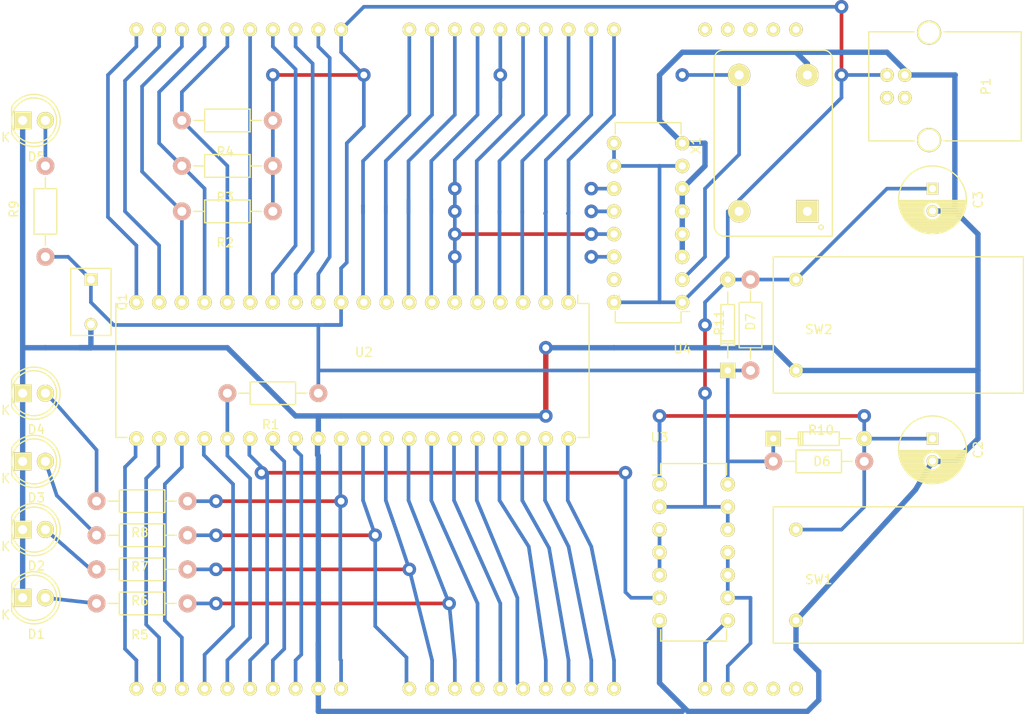
<source format=kicad_pcb>
(kicad_pcb (version 4) (host pcbnew 4.0.2-4+6225~38~ubuntu14.04.1-stable)

  (general
    (links 109)
    (no_connects 1)
    (area 100.88488 53.624999 214.805001 134.385002)
    (thickness 1.6)
    (drawings 0)
    (tracks 436)
    (zones 0)
    (modules 29)
    (nets 60)
  )

  (page A4)
  (layers
    (0 F.Cu signal)
    (31 B.Cu signal)
    (32 B.Adhes user)
    (33 F.Adhes user)
    (34 B.Paste user)
    (35 F.Paste user)
    (36 B.SilkS user)
    (37 F.SilkS user)
    (38 B.Mask user)
    (39 F.Mask user)
    (40 Dwgs.User user)
    (41 Cmts.User user)
    (42 Eco1.User user)
    (43 Eco2.User user)
    (44 Edge.Cuts user)
    (45 Margin user)
    (46 B.CrtYd user)
    (47 F.CrtYd user)
    (48 B.Fab user)
    (49 F.Fab user)
  )

  (setup
    (last_trace_width 0.41)
    (trace_clearance 0.1)
    (zone_clearance 0.508)
    (zone_45_only no)
    (trace_min 0.2)
    (segment_width 0.2)
    (edge_width 0.15)
    (via_size 1.52)
    (via_drill 0.76)
    (via_min_size 0.4)
    (via_min_drill 0.3)
    (uvia_size 0.3)
    (uvia_drill 0.1)
    (uvias_allowed no)
    (uvia_min_size 0.2)
    (uvia_min_drill 0.1)
    (pcb_text_width 0.3)
    (pcb_text_size 1.5 1.5)
    (mod_edge_width 0.15)
    (mod_text_size 1 1)
    (mod_text_width 0.15)
    (pad_size 1.524 1.524)
    (pad_drill 0.762)
    (pad_to_mask_clearance 0.2)
    (aux_axis_origin 0 0)
    (grid_origin 123.19 103.505)
    (visible_elements FFFFFF7F)
    (pcbplotparams
      (layerselection 0x00030_80000001)
      (usegerberextensions false)
      (excludeedgelayer true)
      (linewidth 0.100000)
      (plotframeref false)
      (viasonmask false)
      (mode 1)
      (useauxorigin false)
      (hpglpennumber 1)
      (hpglpenspeed 20)
      (hpglpendiameter 15)
      (hpglpenoverlay 2)
      (psnegative false)
      (psa4output false)
      (plotreference true)
      (plotvalue true)
      (plotinvisibletext false)
      (padsonsilk false)
      (subtractmaskfromsilk false)
      (outputformat 1)
      (mirror false)
      (drillshape 0)
      (scaleselection 1)
      (outputdirectory ""))
  )

  (net 0 "")
  (net 1 "Net-(U1-Pad1)")
  (net 2 "Net-(U1-Pad2)")
  (net 3 "Net-(U1-Pad3)")
  (net 4 "Net-(U1-Pad4)")
  (net 5 "Net-(U1-Pad5)")
  (net 6 "Net-(U1-Pad7)")
  (net 7 "Net-(U1-Pad8)")
  (net 8 "Net-(U1-Pad9)")
  (net 9 "Net-(U1-Pad10)")
  (net 10 "Net-(U1-Pad12)")
  (net 11 "Net-(U1-Pad13)")
  (net 12 "Net-(U1-Pad14)")
  (net 13 "Net-(U1-Pad15)")
  (net 14 "Net-(U1-Pad19)")
  (net 15 "Net-(U1-Pad20)")
  (net 16 "Net-(U1-Pad21)")
  (net 17 "Net-(U1-Pad22)")
  (net 18 "Net-(U1-Pad23)")
  (net 19 "Net-(U1-Pad24)")
  (net 20 "Net-(U1-Pad26)")
  (net 21 "Net-(U1-Pad27)")
  (net 22 "Net-(U1-Pad28)")
  (net 23 "Net-(U1-Pad34)")
  (net 24 "Net-(U1-Pad35)")
  (net 25 "Net-(U1-Pad36)")
  (net 26 "Net-(U1-Pad37)")
  (net 27 "Net-(U1-Pad38)")
  (net 28 "Net-(U1-Pad39)")
  (net 29 "Net-(U1-Pad40)")
  (net 30 "Net-(R1-Pad2)")
  (net 31 "Net-(R2-Pad2)")
  (net 32 "Net-(R3-Pad2)")
  (net 33 "Net-(R4-Pad2)")
  (net 34 "Net-(D1-Pad2)")
  (net 35 "Net-(D2-Pad2)")
  (net 36 "Net-(D3-Pad2)")
  (net 37 "Net-(D4-Pad2)")
  (net 38 "Net-(R5-Pad1)")
  (net 39 "Net-(R6-Pad1)")
  (net 40 "Net-(R7-Pad1)")
  (net 41 "Net-(R8-Pad1)")
  (net 42 "Net-(D5-Pad2)")
  (net 43 VCC)
  (net 44 GND)
  (net 45 "Net-(C2-Pad1)")
  (net 46 "Net-(U4-Pad2)")
  (net 47 "Net-(U4-Pad11)")
  (net 48 "Net-(U4-Pad12)")
  (net 49 "Net-(U4-Pad14)")
  (net 50 "Net-(U4-Pad15)")
  (net 51 "Net-(C3-Pad1)")
  (net 52 "Net-(U2-Pad46)")
  (net 53 "Net-(U2-Pad47)")
  (net 54 "Net-(U3-Pad3)")
  (net 55 "Net-(P1-Pad2)")
  (net 56 "Net-(P1-Pad3)")
  (net 57 "Net-(P1-Pad5)")
  (net 58 CLOCK)
  (net 59 "Net-(X1-Pad1)")

  (net_class Default "This is the default net class."
    (clearance 0.1)
    (trace_width 0.41)
    (via_dia 1.52)
    (via_drill 0.76)
    (uvia_dia 0.3)
    (uvia_drill 0.1)
    (add_net CLOCK)
    (add_net "Net-(C2-Pad1)")
    (add_net "Net-(C3-Pad1)")
    (add_net "Net-(D1-Pad2)")
    (add_net "Net-(D2-Pad2)")
    (add_net "Net-(D3-Pad2)")
    (add_net "Net-(D4-Pad2)")
    (add_net "Net-(D5-Pad2)")
    (add_net "Net-(P1-Pad2)")
    (add_net "Net-(P1-Pad3)")
    (add_net "Net-(P1-Pad5)")
    (add_net "Net-(R1-Pad2)")
    (add_net "Net-(R2-Pad2)")
    (add_net "Net-(R3-Pad2)")
    (add_net "Net-(R4-Pad2)")
    (add_net "Net-(R5-Pad1)")
    (add_net "Net-(R6-Pad1)")
    (add_net "Net-(R7-Pad1)")
    (add_net "Net-(R8-Pad1)")
    (add_net "Net-(U1-Pad1)")
    (add_net "Net-(U1-Pad10)")
    (add_net "Net-(U1-Pad12)")
    (add_net "Net-(U1-Pad13)")
    (add_net "Net-(U1-Pad14)")
    (add_net "Net-(U1-Pad15)")
    (add_net "Net-(U1-Pad19)")
    (add_net "Net-(U1-Pad2)")
    (add_net "Net-(U1-Pad20)")
    (add_net "Net-(U1-Pad21)")
    (add_net "Net-(U1-Pad22)")
    (add_net "Net-(U1-Pad23)")
    (add_net "Net-(U1-Pad24)")
    (add_net "Net-(U1-Pad26)")
    (add_net "Net-(U1-Pad27)")
    (add_net "Net-(U1-Pad28)")
    (add_net "Net-(U1-Pad3)")
    (add_net "Net-(U1-Pad34)")
    (add_net "Net-(U1-Pad35)")
    (add_net "Net-(U1-Pad36)")
    (add_net "Net-(U1-Pad37)")
    (add_net "Net-(U1-Pad38)")
    (add_net "Net-(U1-Pad39)")
    (add_net "Net-(U1-Pad4)")
    (add_net "Net-(U1-Pad40)")
    (add_net "Net-(U1-Pad5)")
    (add_net "Net-(U1-Pad7)")
    (add_net "Net-(U1-Pad8)")
    (add_net "Net-(U1-Pad9)")
    (add_net "Net-(U2-Pad46)")
    (add_net "Net-(U2-Pad47)")
    (add_net "Net-(U3-Pad3)")
    (add_net "Net-(U4-Pad11)")
    (add_net "Net-(U4-Pad12)")
    (add_net "Net-(U4-Pad14)")
    (add_net "Net-(U4-Pad15)")
    (add_net "Net-(U4-Pad2)")
    (add_net "Net-(X1-Pad1)")
    (add_net VCC)
  )

  (net_class GND ""
    (clearance 0.1)
    (trace_width 0.6)
    (via_dia 1.52)
    (via_drill 0.76)
    (uvia_dia 0.3)
    (uvia_drill 0.1)
    (add_net GND)
  )

  (module LEDs:LED-5MM (layer F.Cu) (tedit 5570F7EA) (tstamp 57251882)
    (at 102.87 121.285)
    (descr "LED 5mm round vertical")
    (tags "LED 5mm round vertical")
    (path /5725217D)
    (fp_text reference D1 (at 1.524 4.064) (layer F.SilkS)
      (effects (font (size 1 1) (thickness 0.15)))
    )
    (fp_text value LED (at 1.524 -3.937) (layer F.Fab)
      (effects (font (size 1 1) (thickness 0.15)))
    )
    (fp_line (start -1.5 -1.55) (end -1.5 1.55) (layer F.CrtYd) (width 0.05))
    (fp_arc (start 1.3 0) (end -1.5 1.55) (angle -302) (layer F.CrtYd) (width 0.05))
    (fp_arc (start 1.27 0) (end -1.23 -1.5) (angle 297.5) (layer F.SilkS) (width 0.15))
    (fp_line (start -1.23 1.5) (end -1.23 -1.5) (layer F.SilkS) (width 0.15))
    (fp_circle (center 1.27 0) (end 0.97 -2.5) (layer F.SilkS) (width 0.15))
    (fp_text user K (at -1.905 1.905) (layer F.SilkS)
      (effects (font (size 1 1) (thickness 0.15)))
    )
    (pad 1 thru_hole rect (at 0 0 90) (size 2 1.9) (drill 1.00076) (layers *.Cu *.Mask F.SilkS)
      (net 44 GND))
    (pad 2 thru_hole circle (at 2.54 0) (size 1.9 1.9) (drill 1.00076) (layers *.Cu *.Mask F.SilkS)
      (net 34 "Net-(D1-Pad2)"))
    (model LEDs.3dshapes/LED-5MM.wrl
      (at (xyz 0.05 0 0))
      (scale (xyz 1 1 1))
      (rotate (xyz 0 0 90))
    )
  )

  (module LEDs:LED-5MM (layer F.Cu) (tedit 5570F7EA) (tstamp 5725188E)
    (at 102.87 113.665)
    (descr "LED 5mm round vertical")
    (tags "LED 5mm round vertical")
    (path /572521BA)
    (fp_text reference D2 (at 1.524 4.064) (layer F.SilkS)
      (effects (font (size 1 1) (thickness 0.15)))
    )
    (fp_text value LED (at 1.524 -3.937) (layer F.Fab)
      (effects (font (size 1 1) (thickness 0.15)))
    )
    (fp_line (start -1.5 -1.55) (end -1.5 1.55) (layer F.CrtYd) (width 0.05))
    (fp_arc (start 1.3 0) (end -1.5 1.55) (angle -302) (layer F.CrtYd) (width 0.05))
    (fp_arc (start 1.27 0) (end -1.23 -1.5) (angle 297.5) (layer F.SilkS) (width 0.15))
    (fp_line (start -1.23 1.5) (end -1.23 -1.5) (layer F.SilkS) (width 0.15))
    (fp_circle (center 1.27 0) (end 0.97 -2.5) (layer F.SilkS) (width 0.15))
    (fp_text user K (at -1.905 1.905) (layer F.SilkS)
      (effects (font (size 1 1) (thickness 0.15)))
    )
    (pad 1 thru_hole rect (at 0 0 90) (size 2 1.9) (drill 1.00076) (layers *.Cu *.Mask F.SilkS)
      (net 44 GND))
    (pad 2 thru_hole circle (at 2.54 0) (size 1.9 1.9) (drill 1.00076) (layers *.Cu *.Mask F.SilkS)
      (net 35 "Net-(D2-Pad2)"))
    (model LEDs.3dshapes/LED-5MM.wrl
      (at (xyz 0.05 0 0))
      (scale (xyz 1 1 1))
      (rotate (xyz 0 0 90))
    )
  )

  (module LEDs:LED-5MM (layer F.Cu) (tedit 5570F7EA) (tstamp 5725189A)
    (at 102.87 106.045)
    (descr "LED 5mm round vertical")
    (tags "LED 5mm round vertical")
    (path /57252287)
    (fp_text reference D3 (at 1.524 4.064) (layer F.SilkS)
      (effects (font (size 1 1) (thickness 0.15)))
    )
    (fp_text value LED (at 1.524 -3.937) (layer F.Fab)
      (effects (font (size 1 1) (thickness 0.15)))
    )
    (fp_line (start -1.5 -1.55) (end -1.5 1.55) (layer F.CrtYd) (width 0.05))
    (fp_arc (start 1.3 0) (end -1.5 1.55) (angle -302) (layer F.CrtYd) (width 0.05))
    (fp_arc (start 1.27 0) (end -1.23 -1.5) (angle 297.5) (layer F.SilkS) (width 0.15))
    (fp_line (start -1.23 1.5) (end -1.23 -1.5) (layer F.SilkS) (width 0.15))
    (fp_circle (center 1.27 0) (end 0.97 -2.5) (layer F.SilkS) (width 0.15))
    (fp_text user K (at -1.905 1.905) (layer F.SilkS)
      (effects (font (size 1 1) (thickness 0.15)))
    )
    (pad 1 thru_hole rect (at 0 0 90) (size 2 1.9) (drill 1.00076) (layers *.Cu *.Mask F.SilkS)
      (net 44 GND))
    (pad 2 thru_hole circle (at 2.54 0) (size 1.9 1.9) (drill 1.00076) (layers *.Cu *.Mask F.SilkS)
      (net 36 "Net-(D3-Pad2)"))
    (model LEDs.3dshapes/LED-5MM.wrl
      (at (xyz 0.05 0 0))
      (scale (xyz 1 1 1))
      (rotate (xyz 0 0 90))
    )
  )

  (module LEDs:LED-5MM (layer F.Cu) (tedit 5570F7EA) (tstamp 572518A6)
    (at 102.87 98.425)
    (descr "LED 5mm round vertical")
    (tags "LED 5mm round vertical")
    (path /57252300)
    (fp_text reference D4 (at 1.524 4.064) (layer F.SilkS)
      (effects (font (size 1 1) (thickness 0.15)))
    )
    (fp_text value LED (at 1.524 -3.937) (layer F.Fab)
      (effects (font (size 1 1) (thickness 0.15)))
    )
    (fp_line (start -1.5 -1.55) (end -1.5 1.55) (layer F.CrtYd) (width 0.05))
    (fp_arc (start 1.3 0) (end -1.5 1.55) (angle -302) (layer F.CrtYd) (width 0.05))
    (fp_arc (start 1.27 0) (end -1.23 -1.5) (angle 297.5) (layer F.SilkS) (width 0.15))
    (fp_line (start -1.23 1.5) (end -1.23 -1.5) (layer F.SilkS) (width 0.15))
    (fp_circle (center 1.27 0) (end 0.97 -2.5) (layer F.SilkS) (width 0.15))
    (fp_text user K (at -1.905 1.905) (layer F.SilkS)
      (effects (font (size 1 1) (thickness 0.15)))
    )
    (pad 1 thru_hole rect (at 0 0 90) (size 2 1.9) (drill 1.00076) (layers *.Cu *.Mask F.SilkS)
      (net 44 GND))
    (pad 2 thru_hole circle (at 2.54 0) (size 1.9 1.9) (drill 1.00076) (layers *.Cu *.Mask F.SilkS)
      (net 37 "Net-(D4-Pad2)"))
    (model LEDs.3dshapes/LED-5MM.wrl
      (at (xyz 0.05 0 0))
      (scale (xyz 1 1 1))
      (rotate (xyz 0 0 90))
    )
  )

  (module LEDs:LED-5MM (layer F.Cu) (tedit 5570F7EA) (tstamp 57268035)
    (at 102.87 67.945)
    (descr "LED 5mm round vertical")
    (tags "LED 5mm round vertical")
    (path /57267FC1)
    (fp_text reference D5 (at 1.524 4.064) (layer F.SilkS)
      (effects (font (size 1 1) (thickness 0.15)))
    )
    (fp_text value LED (at 1.524 -3.937) (layer F.Fab)
      (effects (font (size 1 1) (thickness 0.15)))
    )
    (fp_line (start -1.5 -1.55) (end -1.5 1.55) (layer F.CrtYd) (width 0.05))
    (fp_arc (start 1.3 0) (end -1.5 1.55) (angle -302) (layer F.CrtYd) (width 0.05))
    (fp_arc (start 1.27 0) (end -1.23 -1.5) (angle 297.5) (layer F.SilkS) (width 0.15))
    (fp_line (start -1.23 1.5) (end -1.23 -1.5) (layer F.SilkS) (width 0.15))
    (fp_circle (center 1.27 0) (end 0.97 -2.5) (layer F.SilkS) (width 0.15))
    (fp_text user K (at -1.905 1.905) (layer F.SilkS)
      (effects (font (size 1 1) (thickness 0.15)))
    )
    (pad 1 thru_hole rect (at 0 0 90) (size 2 1.9) (drill 1.00076) (layers *.Cu *.Mask F.SilkS)
      (net 44 GND))
    (pad 2 thru_hole circle (at 2.54 0) (size 1.9 1.9) (drill 1.00076) (layers *.Cu *.Mask F.SilkS)
      (net 42 "Net-(D5-Pad2)"))
    (model LEDs.3dshapes/LED-5MM.wrl
      (at (xyz 0.05 0 0))
      (scale (xyz 1 1 1))
      (rotate (xyz 0 0 90))
    )
  )

  (module Capacitors_ThroughHole:C_Disc_D7.5_P5 (layer F.Cu) (tedit 0) (tstamp 572681D2)
    (at 110.49 85.725 270)
    (descr "Capacitor 7.5mm Disc, Pitch 5mm")
    (tags Capacitor)
    (path /57268922)
    (fp_text reference C1 (at 2.5 -3.5 270) (layer F.SilkS)
      (effects (font (size 1 1) (thickness 0.15)))
    )
    (fp_text value 100n (at 2.5 3.5 270) (layer F.Fab)
      (effects (font (size 1 1) (thickness 0.15)))
    )
    (fp_line (start -1.5 -2.5) (end 6.5 -2.5) (layer F.CrtYd) (width 0.05))
    (fp_line (start 6.5 -2.5) (end 6.5 2.5) (layer F.CrtYd) (width 0.05))
    (fp_line (start 6.5 2.5) (end -1.5 2.5) (layer F.CrtYd) (width 0.05))
    (fp_line (start -1.5 2.5) (end -1.5 -2.5) (layer F.CrtYd) (width 0.05))
    (fp_line (start -1.25 -2.25) (end 6.25 -2.25) (layer F.SilkS) (width 0.15))
    (fp_line (start 6.25 -2.25) (end 6.25 2.25) (layer F.SilkS) (width 0.15))
    (fp_line (start 6.25 2.25) (end -1.25 2.25) (layer F.SilkS) (width 0.15))
    (fp_line (start -1.25 2.25) (end -1.25 -2.25) (layer F.SilkS) (width 0.15))
    (pad 1 thru_hole rect (at 0 0 270) (size 1.4 1.4) (drill 0.9) (layers *.Cu *.Mask F.SilkS)
      (net 43 VCC))
    (pad 2 thru_hole circle (at 5 0 270) (size 1.4 1.4) (drill 0.9) (layers *.Cu *.Mask F.SilkS)
      (net 44 GND))
    (model Capacitors_ThroughHole.3dshapes/C_Disc_D7.5_P5.wrl
      (at (xyz 0.0984252 0 0))
      (scale (xyz 1 1 1))
      (rotate (xyz 0 0 0))
    )
  )

  (module Resistors_ThroughHole:Resistor_Horizontal_RM10mm (layer F.Cu) (tedit 56648415) (tstamp 572686BE)
    (at 130.81 78.105 180)
    (descr "Resistor, Axial,  RM 10mm, 1/3W")
    (tags "Resistor Axial RM 10mm 1/3W")
    (path /57250568)
    (fp_text reference R2 (at 5.32892 -3.50012 180) (layer F.SilkS)
      (effects (font (size 1 1) (thickness 0.15)))
    )
    (fp_text value 10k (at 5.08 3.81 180) (layer F.Fab)
      (effects (font (size 1 1) (thickness 0.15)))
    )
    (fp_line (start -1.25 -1.5) (end 11.4 -1.5) (layer F.CrtYd) (width 0.05))
    (fp_line (start -1.25 1.5) (end -1.25 -1.5) (layer F.CrtYd) (width 0.05))
    (fp_line (start 11.4 -1.5) (end 11.4 1.5) (layer F.CrtYd) (width 0.05))
    (fp_line (start -1.25 1.5) (end 11.4 1.5) (layer F.CrtYd) (width 0.05))
    (fp_line (start 2.54 -1.27) (end 7.62 -1.27) (layer F.SilkS) (width 0.15))
    (fp_line (start 7.62 -1.27) (end 7.62 1.27) (layer F.SilkS) (width 0.15))
    (fp_line (start 7.62 1.27) (end 2.54 1.27) (layer F.SilkS) (width 0.15))
    (fp_line (start 2.54 1.27) (end 2.54 -1.27) (layer F.SilkS) (width 0.15))
    (fp_line (start 2.54 0) (end 1.27 0) (layer F.SilkS) (width 0.15))
    (fp_line (start 7.62 0) (end 8.89 0) (layer F.SilkS) (width 0.15))
    (pad 1 thru_hole circle (at 0 0 180) (size 1.99898 1.99898) (drill 1.00076) (layers *.Cu *.SilkS *.Mask)
      (net 43 VCC))
    (pad 2 thru_hole circle (at 10.16 0 180) (size 1.99898 1.99898) (drill 1.00076) (layers *.Cu *.SilkS *.Mask)
      (net 31 "Net-(R2-Pad2)"))
    (model Resistors_ThroughHole.3dshapes/Resistor_Horizontal_RM10mm.wrl
      (at (xyz 0.2 0 0))
      (scale (xyz 0.4 0.4 0.4))
      (rotate (xyz 0 0 0))
    )
  )

  (module Resistors_ThroughHole:Resistor_Horizontal_RM10mm (layer F.Cu) (tedit 56648415) (tstamp 572686CE)
    (at 130.81 73.025 180)
    (descr "Resistor, Axial,  RM 10mm, 1/3W")
    (tags "Resistor Axial RM 10mm 1/3W")
    (path /572505CB)
    (fp_text reference R3 (at 5.32892 -3.50012 180) (layer F.SilkS)
      (effects (font (size 1 1) (thickness 0.15)))
    )
    (fp_text value 10k (at 5.08 3.81 180) (layer F.Fab)
      (effects (font (size 1 1) (thickness 0.15)))
    )
    (fp_line (start -1.25 -1.5) (end 11.4 -1.5) (layer F.CrtYd) (width 0.05))
    (fp_line (start -1.25 1.5) (end -1.25 -1.5) (layer F.CrtYd) (width 0.05))
    (fp_line (start 11.4 -1.5) (end 11.4 1.5) (layer F.CrtYd) (width 0.05))
    (fp_line (start -1.25 1.5) (end 11.4 1.5) (layer F.CrtYd) (width 0.05))
    (fp_line (start 2.54 -1.27) (end 7.62 -1.27) (layer F.SilkS) (width 0.15))
    (fp_line (start 7.62 -1.27) (end 7.62 1.27) (layer F.SilkS) (width 0.15))
    (fp_line (start 7.62 1.27) (end 2.54 1.27) (layer F.SilkS) (width 0.15))
    (fp_line (start 2.54 1.27) (end 2.54 -1.27) (layer F.SilkS) (width 0.15))
    (fp_line (start 2.54 0) (end 1.27 0) (layer F.SilkS) (width 0.15))
    (fp_line (start 7.62 0) (end 8.89 0) (layer F.SilkS) (width 0.15))
    (pad 1 thru_hole circle (at 0 0 180) (size 1.99898 1.99898) (drill 1.00076) (layers *.Cu *.SilkS *.Mask)
      (net 43 VCC))
    (pad 2 thru_hole circle (at 10.16 0 180) (size 1.99898 1.99898) (drill 1.00076) (layers *.Cu *.SilkS *.Mask)
      (net 32 "Net-(R3-Pad2)"))
    (model Resistors_ThroughHole.3dshapes/Resistor_Horizontal_RM10mm.wrl
      (at (xyz 0.2 0 0))
      (scale (xyz 0.4 0.4 0.4))
      (rotate (xyz 0 0 0))
    )
  )

  (module Resistors_ThroughHole:Resistor_Horizontal_RM10mm (layer F.Cu) (tedit 56648415) (tstamp 572686DE)
    (at 130.81 67.945 180)
    (descr "Resistor, Axial,  RM 10mm, 1/3W")
    (tags "Resistor Axial RM 10mm 1/3W")
    (path /5725052F)
    (fp_text reference R4 (at 5.32892 -3.50012 180) (layer F.SilkS)
      (effects (font (size 1 1) (thickness 0.15)))
    )
    (fp_text value 10k (at 5.08 3.81 180) (layer F.Fab)
      (effects (font (size 1 1) (thickness 0.15)))
    )
    (fp_line (start -1.25 -1.5) (end 11.4 -1.5) (layer F.CrtYd) (width 0.05))
    (fp_line (start -1.25 1.5) (end -1.25 -1.5) (layer F.CrtYd) (width 0.05))
    (fp_line (start 11.4 -1.5) (end 11.4 1.5) (layer F.CrtYd) (width 0.05))
    (fp_line (start -1.25 1.5) (end 11.4 1.5) (layer F.CrtYd) (width 0.05))
    (fp_line (start 2.54 -1.27) (end 7.62 -1.27) (layer F.SilkS) (width 0.15))
    (fp_line (start 7.62 -1.27) (end 7.62 1.27) (layer F.SilkS) (width 0.15))
    (fp_line (start 7.62 1.27) (end 2.54 1.27) (layer F.SilkS) (width 0.15))
    (fp_line (start 2.54 1.27) (end 2.54 -1.27) (layer F.SilkS) (width 0.15))
    (fp_line (start 2.54 0) (end 1.27 0) (layer F.SilkS) (width 0.15))
    (fp_line (start 7.62 0) (end 8.89 0) (layer F.SilkS) (width 0.15))
    (pad 1 thru_hole circle (at 0 0 180) (size 1.99898 1.99898) (drill 1.00076) (layers *.Cu *.SilkS *.Mask)
      (net 43 VCC))
    (pad 2 thru_hole circle (at 10.16 0 180) (size 1.99898 1.99898) (drill 1.00076) (layers *.Cu *.SilkS *.Mask)
      (net 33 "Net-(R4-Pad2)"))
    (model Resistors_ThroughHole.3dshapes/Resistor_Horizontal_RM10mm.wrl
      (at (xyz 0.2 0 0))
      (scale (xyz 0.4 0.4 0.4))
      (rotate (xyz 0 0 0))
    )
  )

  (module Resistors_ThroughHole:Resistor_Horizontal_RM10mm (layer F.Cu) (tedit 56648415) (tstamp 572686EE)
    (at 121.285 121.92 180)
    (descr "Resistor, Axial,  RM 10mm, 1/3W")
    (tags "Resistor Axial RM 10mm 1/3W")
    (path /57252865)
    (fp_text reference R5 (at 5.32892 -3.50012 180) (layer F.SilkS)
      (effects (font (size 1 1) (thickness 0.15)))
    )
    (fp_text value 380 (at 5.08 3.81 180) (layer F.Fab)
      (effects (font (size 1 1) (thickness 0.15)))
    )
    (fp_line (start -1.25 -1.5) (end 11.4 -1.5) (layer F.CrtYd) (width 0.05))
    (fp_line (start -1.25 1.5) (end -1.25 -1.5) (layer F.CrtYd) (width 0.05))
    (fp_line (start 11.4 -1.5) (end 11.4 1.5) (layer F.CrtYd) (width 0.05))
    (fp_line (start -1.25 1.5) (end 11.4 1.5) (layer F.CrtYd) (width 0.05))
    (fp_line (start 2.54 -1.27) (end 7.62 -1.27) (layer F.SilkS) (width 0.15))
    (fp_line (start 7.62 -1.27) (end 7.62 1.27) (layer F.SilkS) (width 0.15))
    (fp_line (start 7.62 1.27) (end 2.54 1.27) (layer F.SilkS) (width 0.15))
    (fp_line (start 2.54 1.27) (end 2.54 -1.27) (layer F.SilkS) (width 0.15))
    (fp_line (start 2.54 0) (end 1.27 0) (layer F.SilkS) (width 0.15))
    (fp_line (start 7.62 0) (end 8.89 0) (layer F.SilkS) (width 0.15))
    (pad 1 thru_hole circle (at 0 0 180) (size 1.99898 1.99898) (drill 1.00076) (layers *.Cu *.SilkS *.Mask)
      (net 38 "Net-(R5-Pad1)"))
    (pad 2 thru_hole circle (at 10.16 0 180) (size 1.99898 1.99898) (drill 1.00076) (layers *.Cu *.SilkS *.Mask)
      (net 34 "Net-(D1-Pad2)"))
    (model Resistors_ThroughHole.3dshapes/Resistor_Horizontal_RM10mm.wrl
      (at (xyz 0.2 0 0))
      (scale (xyz 0.4 0.4 0.4))
      (rotate (xyz 0 0 0))
    )
  )

  (module Resistors_ThroughHole:Resistor_Horizontal_RM10mm (layer F.Cu) (tedit 56648415) (tstamp 572686FE)
    (at 121.285 118.11 180)
    (descr "Resistor, Axial,  RM 10mm, 1/3W")
    (tags "Resistor Axial RM 10mm 1/3W")
    (path /5725292B)
    (fp_text reference R6 (at 5.32892 -3.50012 180) (layer F.SilkS)
      (effects (font (size 1 1) (thickness 0.15)))
    )
    (fp_text value 380 (at 5.08 3.81 180) (layer F.Fab)
      (effects (font (size 1 1) (thickness 0.15)))
    )
    (fp_line (start -1.25 -1.5) (end 11.4 -1.5) (layer F.CrtYd) (width 0.05))
    (fp_line (start -1.25 1.5) (end -1.25 -1.5) (layer F.CrtYd) (width 0.05))
    (fp_line (start 11.4 -1.5) (end 11.4 1.5) (layer F.CrtYd) (width 0.05))
    (fp_line (start -1.25 1.5) (end 11.4 1.5) (layer F.CrtYd) (width 0.05))
    (fp_line (start 2.54 -1.27) (end 7.62 -1.27) (layer F.SilkS) (width 0.15))
    (fp_line (start 7.62 -1.27) (end 7.62 1.27) (layer F.SilkS) (width 0.15))
    (fp_line (start 7.62 1.27) (end 2.54 1.27) (layer F.SilkS) (width 0.15))
    (fp_line (start 2.54 1.27) (end 2.54 -1.27) (layer F.SilkS) (width 0.15))
    (fp_line (start 2.54 0) (end 1.27 0) (layer F.SilkS) (width 0.15))
    (fp_line (start 7.62 0) (end 8.89 0) (layer F.SilkS) (width 0.15))
    (pad 1 thru_hole circle (at 0 0 180) (size 1.99898 1.99898) (drill 1.00076) (layers *.Cu *.SilkS *.Mask)
      (net 39 "Net-(R6-Pad1)"))
    (pad 2 thru_hole circle (at 10.16 0 180) (size 1.99898 1.99898) (drill 1.00076) (layers *.Cu *.SilkS *.Mask)
      (net 35 "Net-(D2-Pad2)"))
    (model Resistors_ThroughHole.3dshapes/Resistor_Horizontal_RM10mm.wrl
      (at (xyz 0.2 0 0))
      (scale (xyz 0.4 0.4 0.4))
      (rotate (xyz 0 0 0))
    )
  )

  (module Resistors_ThroughHole:Resistor_Horizontal_RM10mm (layer F.Cu) (tedit 56648415) (tstamp 5726870E)
    (at 121.285 114.3 180)
    (descr "Resistor, Axial,  RM 10mm, 1/3W")
    (tags "Resistor Axial RM 10mm 1/3W")
    (path /572528A8)
    (fp_text reference R7 (at 5.32892 -3.50012 180) (layer F.SilkS)
      (effects (font (size 1 1) (thickness 0.15)))
    )
    (fp_text value 380 (at 5.08 3.81 180) (layer F.Fab)
      (effects (font (size 1 1) (thickness 0.15)))
    )
    (fp_line (start -1.25 -1.5) (end 11.4 -1.5) (layer F.CrtYd) (width 0.05))
    (fp_line (start -1.25 1.5) (end -1.25 -1.5) (layer F.CrtYd) (width 0.05))
    (fp_line (start 11.4 -1.5) (end 11.4 1.5) (layer F.CrtYd) (width 0.05))
    (fp_line (start -1.25 1.5) (end 11.4 1.5) (layer F.CrtYd) (width 0.05))
    (fp_line (start 2.54 -1.27) (end 7.62 -1.27) (layer F.SilkS) (width 0.15))
    (fp_line (start 7.62 -1.27) (end 7.62 1.27) (layer F.SilkS) (width 0.15))
    (fp_line (start 7.62 1.27) (end 2.54 1.27) (layer F.SilkS) (width 0.15))
    (fp_line (start 2.54 1.27) (end 2.54 -1.27) (layer F.SilkS) (width 0.15))
    (fp_line (start 2.54 0) (end 1.27 0) (layer F.SilkS) (width 0.15))
    (fp_line (start 7.62 0) (end 8.89 0) (layer F.SilkS) (width 0.15))
    (pad 1 thru_hole circle (at 0 0 180) (size 1.99898 1.99898) (drill 1.00076) (layers *.Cu *.SilkS *.Mask)
      (net 40 "Net-(R7-Pad1)"))
    (pad 2 thru_hole circle (at 10.16 0 180) (size 1.99898 1.99898) (drill 1.00076) (layers *.Cu *.SilkS *.Mask)
      (net 36 "Net-(D3-Pad2)"))
    (model Resistors_ThroughHole.3dshapes/Resistor_Horizontal_RM10mm.wrl
      (at (xyz 0.2 0 0))
      (scale (xyz 0.4 0.4 0.4))
      (rotate (xyz 0 0 0))
    )
  )

  (module Resistors_ThroughHole:Resistor_Horizontal_RM10mm (layer F.Cu) (tedit 56648415) (tstamp 5726871E)
    (at 121.285 110.49 180)
    (descr "Resistor, Axial,  RM 10mm, 1/3W")
    (tags "Resistor Axial RM 10mm 1/3W")
    (path /572529B4)
    (fp_text reference R8 (at 5.32892 -3.50012 180) (layer F.SilkS)
      (effects (font (size 1 1) (thickness 0.15)))
    )
    (fp_text value 380 (at 5.08 3.81 180) (layer F.Fab)
      (effects (font (size 1 1) (thickness 0.15)))
    )
    (fp_line (start -1.25 -1.5) (end 11.4 -1.5) (layer F.CrtYd) (width 0.05))
    (fp_line (start -1.25 1.5) (end -1.25 -1.5) (layer F.CrtYd) (width 0.05))
    (fp_line (start 11.4 -1.5) (end 11.4 1.5) (layer F.CrtYd) (width 0.05))
    (fp_line (start -1.25 1.5) (end 11.4 1.5) (layer F.CrtYd) (width 0.05))
    (fp_line (start 2.54 -1.27) (end 7.62 -1.27) (layer F.SilkS) (width 0.15))
    (fp_line (start 7.62 -1.27) (end 7.62 1.27) (layer F.SilkS) (width 0.15))
    (fp_line (start 7.62 1.27) (end 2.54 1.27) (layer F.SilkS) (width 0.15))
    (fp_line (start 2.54 1.27) (end 2.54 -1.27) (layer F.SilkS) (width 0.15))
    (fp_line (start 2.54 0) (end 1.27 0) (layer F.SilkS) (width 0.15))
    (fp_line (start 7.62 0) (end 8.89 0) (layer F.SilkS) (width 0.15))
    (pad 1 thru_hole circle (at 0 0 180) (size 1.99898 1.99898) (drill 1.00076) (layers *.Cu *.SilkS *.Mask)
      (net 41 "Net-(R8-Pad1)"))
    (pad 2 thru_hole circle (at 10.16 0 180) (size 1.99898 1.99898) (drill 1.00076) (layers *.Cu *.SilkS *.Mask)
      (net 37 "Net-(D4-Pad2)"))
    (model Resistors_ThroughHole.3dshapes/Resistor_Horizontal_RM10mm.wrl
      (at (xyz 0.2 0 0))
      (scale (xyz 0.4 0.4 0.4))
      (rotate (xyz 0 0 0))
    )
  )

  (module Resistors_ThroughHole:Resistor_Horizontal_RM10mm (layer F.Cu) (tedit 56648415) (tstamp 5726872E)
    (at 105.41 83.185 90)
    (descr "Resistor, Axial,  RM 10mm, 1/3W")
    (tags "Resistor Axial RM 10mm 1/3W")
    (path /5726842C)
    (fp_text reference R9 (at 5.32892 -3.50012 90) (layer F.SilkS)
      (effects (font (size 1 1) (thickness 0.15)))
    )
    (fp_text value 680 (at 5.08 3.81 90) (layer F.Fab)
      (effects (font (size 1 1) (thickness 0.15)))
    )
    (fp_line (start -1.25 -1.5) (end 11.4 -1.5) (layer F.CrtYd) (width 0.05))
    (fp_line (start -1.25 1.5) (end -1.25 -1.5) (layer F.CrtYd) (width 0.05))
    (fp_line (start 11.4 -1.5) (end 11.4 1.5) (layer F.CrtYd) (width 0.05))
    (fp_line (start -1.25 1.5) (end 11.4 1.5) (layer F.CrtYd) (width 0.05))
    (fp_line (start 2.54 -1.27) (end 7.62 -1.27) (layer F.SilkS) (width 0.15))
    (fp_line (start 7.62 -1.27) (end 7.62 1.27) (layer F.SilkS) (width 0.15))
    (fp_line (start 7.62 1.27) (end 2.54 1.27) (layer F.SilkS) (width 0.15))
    (fp_line (start 2.54 1.27) (end 2.54 -1.27) (layer F.SilkS) (width 0.15))
    (fp_line (start 2.54 0) (end 1.27 0) (layer F.SilkS) (width 0.15))
    (fp_line (start 7.62 0) (end 8.89 0) (layer F.SilkS) (width 0.15))
    (pad 1 thru_hole circle (at 0 0 90) (size 1.99898 1.99898) (drill 1.00076) (layers *.Cu *.SilkS *.Mask)
      (net 43 VCC))
    (pad 2 thru_hole circle (at 10.16 0 90) (size 1.99898 1.99898) (drill 1.00076) (layers *.Cu *.SilkS *.Mask)
      (net 42 "Net-(D5-Pad2)"))
    (model Resistors_ThroughHole.3dshapes/Resistor_Horizontal_RM10mm.wrl
      (at (xyz 0.2 0 0))
      (scale (xyz 0.4 0.4 0.4))
      (rotate (xyz 0 0 0))
    )
  )

  (module Resistors_ThroughHole:Resistor_Horizontal_RM10mm (layer F.Cu) (tedit 56648415) (tstamp 57268A75)
    (at 135.89 98.425 180)
    (descr "Resistor, Axial,  RM 10mm, 1/3W")
    (tags "Resistor Axial RM 10mm 1/3W")
    (path /572500BB)
    (fp_text reference R1 (at 5.32892 -3.50012 180) (layer F.SilkS)
      (effects (font (size 1 1) (thickness 0.15)))
    )
    (fp_text value 10k (at 5.08 3.81 180) (layer F.Fab)
      (effects (font (size 1 1) (thickness 0.15)))
    )
    (fp_line (start -1.25 -1.5) (end 11.4 -1.5) (layer F.CrtYd) (width 0.05))
    (fp_line (start -1.25 1.5) (end -1.25 -1.5) (layer F.CrtYd) (width 0.05))
    (fp_line (start 11.4 -1.5) (end 11.4 1.5) (layer F.CrtYd) (width 0.05))
    (fp_line (start -1.25 1.5) (end 11.4 1.5) (layer F.CrtYd) (width 0.05))
    (fp_line (start 2.54 -1.27) (end 7.62 -1.27) (layer F.SilkS) (width 0.15))
    (fp_line (start 7.62 -1.27) (end 7.62 1.27) (layer F.SilkS) (width 0.15))
    (fp_line (start 7.62 1.27) (end 2.54 1.27) (layer F.SilkS) (width 0.15))
    (fp_line (start 2.54 1.27) (end 2.54 -1.27) (layer F.SilkS) (width 0.15))
    (fp_line (start 2.54 0) (end 1.27 0) (layer F.SilkS) (width 0.15))
    (fp_line (start 7.62 0) (end 8.89 0) (layer F.SilkS) (width 0.15))
    (pad 1 thru_hole circle (at 0 0 180) (size 1.99898 1.99898) (drill 1.00076) (layers *.Cu *.SilkS *.Mask)
      (net 43 VCC))
    (pad 2 thru_hole circle (at 10.16 0 180) (size 1.99898 1.99898) (drill 1.00076) (layers *.Cu *.SilkS *.Mask)
      (net 30 "Net-(R1-Pad2)"))
    (model Resistors_ThroughHole.3dshapes/Resistor_Horizontal_RM10mm.wrl
      (at (xyz 0.2 0 0))
      (scale (xyz 0.4 0.4 0.4))
      (rotate (xyz 0 0 0))
    )
  )

  (module Capacitors_ThroughHole:C_Radial_D7.5_L11.2_P2.5 (layer F.Cu) (tedit 0) (tstamp 572823DF)
    (at 204.47 103.505 270)
    (descr "Radial Electrolytic Capacitor Diameter 7.5mm x Length 11.2mm, Pitch 2.5mm")
    (tags "Electrolytic Capacitor")
    (path /572860AB)
    (fp_text reference C2 (at 1.25 -5.1 270) (layer F.SilkS)
      (effects (font (size 1 1) (thickness 0.15)))
    )
    (fp_text value 47μF (at 1.25 5.1 270) (layer F.Fab)
      (effects (font (size 1 1) (thickness 0.15)))
    )
    (fp_line (start 1.325 -3.749) (end 1.325 3.749) (layer F.SilkS) (width 0.15))
    (fp_line (start 1.465 -3.744) (end 1.465 3.744) (layer F.SilkS) (width 0.15))
    (fp_line (start 1.605 -3.733) (end 1.605 -0.446) (layer F.SilkS) (width 0.15))
    (fp_line (start 1.605 0.446) (end 1.605 3.733) (layer F.SilkS) (width 0.15))
    (fp_line (start 1.745 -3.717) (end 1.745 -0.656) (layer F.SilkS) (width 0.15))
    (fp_line (start 1.745 0.656) (end 1.745 3.717) (layer F.SilkS) (width 0.15))
    (fp_line (start 1.885 -3.696) (end 1.885 -0.789) (layer F.SilkS) (width 0.15))
    (fp_line (start 1.885 0.789) (end 1.885 3.696) (layer F.SilkS) (width 0.15))
    (fp_line (start 2.025 -3.669) (end 2.025 -0.88) (layer F.SilkS) (width 0.15))
    (fp_line (start 2.025 0.88) (end 2.025 3.669) (layer F.SilkS) (width 0.15))
    (fp_line (start 2.165 -3.637) (end 2.165 -0.942) (layer F.SilkS) (width 0.15))
    (fp_line (start 2.165 0.942) (end 2.165 3.637) (layer F.SilkS) (width 0.15))
    (fp_line (start 2.305 -3.599) (end 2.305 -0.981) (layer F.SilkS) (width 0.15))
    (fp_line (start 2.305 0.981) (end 2.305 3.599) (layer F.SilkS) (width 0.15))
    (fp_line (start 2.445 -3.555) (end 2.445 -0.998) (layer F.SilkS) (width 0.15))
    (fp_line (start 2.445 0.998) (end 2.445 3.555) (layer F.SilkS) (width 0.15))
    (fp_line (start 2.585 -3.504) (end 2.585 -0.996) (layer F.SilkS) (width 0.15))
    (fp_line (start 2.585 0.996) (end 2.585 3.504) (layer F.SilkS) (width 0.15))
    (fp_line (start 2.725 -3.448) (end 2.725 -0.974) (layer F.SilkS) (width 0.15))
    (fp_line (start 2.725 0.974) (end 2.725 3.448) (layer F.SilkS) (width 0.15))
    (fp_line (start 2.865 -3.384) (end 2.865 -0.931) (layer F.SilkS) (width 0.15))
    (fp_line (start 2.865 0.931) (end 2.865 3.384) (layer F.SilkS) (width 0.15))
    (fp_line (start 3.005 -3.314) (end 3.005 -0.863) (layer F.SilkS) (width 0.15))
    (fp_line (start 3.005 0.863) (end 3.005 3.314) (layer F.SilkS) (width 0.15))
    (fp_line (start 3.145 -3.236) (end 3.145 -0.764) (layer F.SilkS) (width 0.15))
    (fp_line (start 3.145 0.764) (end 3.145 3.236) (layer F.SilkS) (width 0.15))
    (fp_line (start 3.285 -3.15) (end 3.285 -0.619) (layer F.SilkS) (width 0.15))
    (fp_line (start 3.285 0.619) (end 3.285 3.15) (layer F.SilkS) (width 0.15))
    (fp_line (start 3.425 -3.055) (end 3.425 -0.38) (layer F.SilkS) (width 0.15))
    (fp_line (start 3.425 0.38) (end 3.425 3.055) (layer F.SilkS) (width 0.15))
    (fp_line (start 3.565 -2.95) (end 3.565 2.95) (layer F.SilkS) (width 0.15))
    (fp_line (start 3.705 -2.835) (end 3.705 2.835) (layer F.SilkS) (width 0.15))
    (fp_line (start 3.845 -2.707) (end 3.845 2.707) (layer F.SilkS) (width 0.15))
    (fp_line (start 3.985 -2.566) (end 3.985 2.566) (layer F.SilkS) (width 0.15))
    (fp_line (start 4.125 -2.408) (end 4.125 2.408) (layer F.SilkS) (width 0.15))
    (fp_line (start 4.265 -2.23) (end 4.265 2.23) (layer F.SilkS) (width 0.15))
    (fp_line (start 4.405 -2.027) (end 4.405 2.027) (layer F.SilkS) (width 0.15))
    (fp_line (start 4.545 -1.79) (end 4.545 1.79) (layer F.SilkS) (width 0.15))
    (fp_line (start 4.685 -1.504) (end 4.685 1.504) (layer F.SilkS) (width 0.15))
    (fp_line (start 4.825 -1.132) (end 4.825 1.132) (layer F.SilkS) (width 0.15))
    (fp_line (start 4.965 -0.511) (end 4.965 0.511) (layer F.SilkS) (width 0.15))
    (fp_circle (center 2.5 0) (end 2.5 -1) (layer F.SilkS) (width 0.15))
    (fp_circle (center 1.25 0) (end 1.25 -3.7875) (layer F.SilkS) (width 0.15))
    (fp_circle (center 1.25 0) (end 1.25 -4.1) (layer F.CrtYd) (width 0.05))
    (pad 2 thru_hole circle (at 2.5 0 270) (size 1.3 1.3) (drill 0.8) (layers *.Cu *.Mask F.SilkS)
      (net 44 GND))
    (pad 1 thru_hole rect (at 0 0 270) (size 1.3 1.3) (drill 0.8) (layers *.Cu *.Mask F.SilkS)
      (net 45 "Net-(C2-Pad1)"))
    (model Capacitors_ThroughHole.3dshapes/C_Radial_D7.5_L11.2_P2.5.wrl
      (at (xyz 0 0 0))
      (scale (xyz 1 1 1))
      (rotate (xyz 0 0 0))
    )
  )

  (module Diodes_ThroughHole:Diode_DO-35_SOD27_Horizontal_RM10 (layer F.Cu) (tedit 552FFC30) (tstamp 572823EE)
    (at 186.69 103.505)
    (descr "Diode, DO-35,  SOD27, Horizontal, RM 10mm")
    (tags "Diode, DO-35, SOD27, Horizontal, RM 10mm, 1N4148,")
    (path /57286136)
    (fp_text reference D6 (at 5.43052 2.53746) (layer F.SilkS)
      (effects (font (size 1 1) (thickness 0.15)))
    )
    (fp_text value 1N4148 (at 4.41452 -3.55854) (layer F.Fab)
      (effects (font (size 1 1) (thickness 0.15)))
    )
    (fp_line (start 7.36652 -0.00254) (end 8.76352 -0.00254) (layer F.SilkS) (width 0.15))
    (fp_line (start 2.92152 -0.00254) (end 1.39752 -0.00254) (layer F.SilkS) (width 0.15))
    (fp_line (start 3.30252 -0.76454) (end 3.30252 0.75946) (layer F.SilkS) (width 0.15))
    (fp_line (start 3.04852 -0.76454) (end 3.04852 0.75946) (layer F.SilkS) (width 0.15))
    (fp_line (start 2.79452 -0.00254) (end 2.79452 0.75946) (layer F.SilkS) (width 0.15))
    (fp_line (start 2.79452 0.75946) (end 7.36652 0.75946) (layer F.SilkS) (width 0.15))
    (fp_line (start 7.36652 0.75946) (end 7.36652 -0.76454) (layer F.SilkS) (width 0.15))
    (fp_line (start 7.36652 -0.76454) (end 2.79452 -0.76454) (layer F.SilkS) (width 0.15))
    (fp_line (start 2.79452 -0.76454) (end 2.79452 -0.00254) (layer F.SilkS) (width 0.15))
    (pad 2 thru_hole circle (at 10.16052 -0.00254 180) (size 1.69926 1.69926) (drill 0.70104) (layers *.Cu *.Mask F.SilkS)
      (net 45 "Net-(C2-Pad1)"))
    (pad 1 thru_hole rect (at 0.00052 -0.00254 180) (size 1.69926 1.69926) (drill 0.70104) (layers *.Cu *.Mask F.SilkS)
      (net 43 VCC))
    (model Diodes_ThroughHole.3dshapes/Diode_DO-35_SOD27_Horizontal_RM10.wrl
      (at (xyz 0.2 0 0))
      (scale (xyz 0.4 0.4 0.4))
      (rotate (xyz 0 0 180))
    )
  )

  (module Resistors_ThroughHole:Resistor_Horizontal_RM10mm (layer F.Cu) (tedit 56648415) (tstamp 572823FE)
    (at 186.69 106.045)
    (descr "Resistor, Axial,  RM 10mm, 1/3W")
    (tags "Resistor Axial RM 10mm 1/3W")
    (path /57285F93)
    (fp_text reference R10 (at 5.32892 -3.50012) (layer F.SilkS)
      (effects (font (size 1 1) (thickness 0.15)))
    )
    (fp_text value 10k (at 5.08 3.81) (layer F.Fab)
      (effects (font (size 1 1) (thickness 0.15)))
    )
    (fp_line (start -1.25 -1.5) (end 11.4 -1.5) (layer F.CrtYd) (width 0.05))
    (fp_line (start -1.25 1.5) (end -1.25 -1.5) (layer F.CrtYd) (width 0.05))
    (fp_line (start 11.4 -1.5) (end 11.4 1.5) (layer F.CrtYd) (width 0.05))
    (fp_line (start -1.25 1.5) (end 11.4 1.5) (layer F.CrtYd) (width 0.05))
    (fp_line (start 2.54 -1.27) (end 7.62 -1.27) (layer F.SilkS) (width 0.15))
    (fp_line (start 7.62 -1.27) (end 7.62 1.27) (layer F.SilkS) (width 0.15))
    (fp_line (start 7.62 1.27) (end 2.54 1.27) (layer F.SilkS) (width 0.15))
    (fp_line (start 2.54 1.27) (end 2.54 -1.27) (layer F.SilkS) (width 0.15))
    (fp_line (start 2.54 0) (end 1.27 0) (layer F.SilkS) (width 0.15))
    (fp_line (start 7.62 0) (end 8.89 0) (layer F.SilkS) (width 0.15))
    (pad 1 thru_hole circle (at 0 0) (size 1.99898 1.99898) (drill 1.00076) (layers *.Cu *.SilkS *.Mask)
      (net 43 VCC))
    (pad 2 thru_hole circle (at 10.16 0) (size 1.99898 1.99898) (drill 1.00076) (layers *.Cu *.SilkS *.Mask)
      (net 45 "Net-(C2-Pad1)"))
    (model Resistors_ThroughHole.3dshapes/Resistor_Horizontal_RM10mm.wrl
      (at (xyz 0.2 0 0))
      (scale (xyz 0.4 0.4 0.4))
      (rotate (xyz 0 0 0))
    )
  )

  (module Housings_DIP:DIP-14_W7.62mm (layer F.Cu) (tedit 54130A77) (tstamp 57282425)
    (at 173.99 108.585)
    (descr "14-lead dip package, row spacing 7.62 mm (300 mils)")
    (tags "dil dip 2.54 300")
    (path /572E37CB)
    (fp_text reference U3 (at 0 -5.22) (layer F.SilkS)
      (effects (font (size 1 1) (thickness 0.15)))
    )
    (fp_text value 74LS132 (at 0 -3.72) (layer F.Fab)
      (effects (font (size 1 1) (thickness 0.15)))
    )
    (fp_line (start -1.05 -2.45) (end -1.05 17.7) (layer F.CrtYd) (width 0.05))
    (fp_line (start 8.65 -2.45) (end 8.65 17.7) (layer F.CrtYd) (width 0.05))
    (fp_line (start -1.05 -2.45) (end 8.65 -2.45) (layer F.CrtYd) (width 0.05))
    (fp_line (start -1.05 17.7) (end 8.65 17.7) (layer F.CrtYd) (width 0.05))
    (fp_line (start 0.135 -2.295) (end 0.135 -1.025) (layer F.SilkS) (width 0.15))
    (fp_line (start 7.485 -2.295) (end 7.485 -1.025) (layer F.SilkS) (width 0.15))
    (fp_line (start 7.485 17.535) (end 7.485 16.265) (layer F.SilkS) (width 0.15))
    (fp_line (start 0.135 17.535) (end 0.135 16.265) (layer F.SilkS) (width 0.15))
    (fp_line (start 0.135 -2.295) (end 7.485 -2.295) (layer F.SilkS) (width 0.15))
    (fp_line (start 0.135 17.535) (end 7.485 17.535) (layer F.SilkS) (width 0.15))
    (fp_line (start 0.135 -1.025) (end -0.8 -1.025) (layer F.SilkS) (width 0.15))
    (pad 1 thru_hole oval (at 0 0) (size 1.6 1.6) (drill 0.8) (layers *.Cu *.Mask F.SilkS)
      (net 45 "Net-(C2-Pad1)"))
    (pad 2 thru_hole oval (at 0 2.54) (size 1.6 1.6) (drill 0.8) (layers *.Cu *.Mask F.SilkS)
      (net 51 "Net-(C3-Pad1)"))
    (pad 3 thru_hole oval (at 0 5.08) (size 1.6 1.6) (drill 0.8) (layers *.Cu *.Mask F.SilkS)
      (net 54 "Net-(U3-Pad3)"))
    (pad 4 thru_hole oval (at 0 7.62) (size 1.6 1.6) (drill 0.8) (layers *.Cu *.Mask F.SilkS)
      (net 54 "Net-(U3-Pad3)"))
    (pad 5 thru_hole oval (at 0 10.16) (size 1.6 1.6) (drill 0.8) (layers *.Cu *.Mask F.SilkS)
      (net 54 "Net-(U3-Pad3)"))
    (pad 6 thru_hole oval (at 0 12.7) (size 1.6 1.6) (drill 0.8) (layers *.Cu *.Mask F.SilkS)
      (net 20 "Net-(U1-Pad26)"))
    (pad 7 thru_hole oval (at 0 15.24) (size 1.6 1.6) (drill 0.8) (layers *.Cu *.Mask F.SilkS)
      (net 44 GND))
    (pad 8 thru_hole oval (at 7.62 15.24) (size 1.6 1.6) (drill 0.8) (layers *.Cu *.Mask F.SilkS)
      (net 52 "Net-(U2-Pad46)"))
    (pad 9 thru_hole oval (at 7.62 12.7) (size 1.6 1.6) (drill 0.8) (layers *.Cu *.Mask F.SilkS)
      (net 53 "Net-(U2-Pad47)"))
    (pad 10 thru_hole oval (at 7.62 10.16) (size 1.6 1.6) (drill 0.8) (layers *.Cu *.Mask F.SilkS)
      (net 53 "Net-(U2-Pad47)"))
    (pad 11 thru_hole oval (at 7.62 7.62) (size 1.6 1.6) (drill 0.8) (layers *.Cu *.Mask F.SilkS)
      (net 53 "Net-(U2-Pad47)"))
    (pad 12 thru_hole oval (at 7.62 5.08) (size 1.6 1.6) (drill 0.8) (layers *.Cu *.Mask F.SilkS)
      (net 51 "Net-(C3-Pad1)"))
    (pad 13 thru_hole oval (at 7.62 2.54) (size 1.6 1.6) (drill 0.8) (layers *.Cu *.Mask F.SilkS)
      (net 51 "Net-(C3-Pad1)"))
    (pad 14 thru_hole oval (at 7.62 0) (size 1.6 1.6) (drill 0.8) (layers *.Cu *.Mask F.SilkS)
      (net 43 VCC))
    (model Housings_DIP.3dshapes/DIP-14_W7.62mm.wrl
      (at (xyz 0 0 0))
      (scale (xyz 1 1 1))
      (rotate (xyz 0 0 0))
    )
  )

  (module kicad:vintage_reset (layer F.Cu) (tedit 572826F9) (tstamp 5728284D)
    (at 191.77 118.745)
    (path /57285FF0)
    (fp_text reference SW1 (at 0 0.5) (layer F.SilkS)
      (effects (font (size 1 1) (thickness 0.15)))
    )
    (fp_text value SW_PUSH (at 0 -0.5) (layer F.Fab)
      (effects (font (size 1 1) (thickness 0.15)))
    )
    (fp_line (start -5.08 -7.62) (end 22.86 -7.62) (layer F.SilkS) (width 0.15))
    (fp_line (start 22.86 -7.62) (end 22.86 7.62) (layer F.SilkS) (width 0.15))
    (fp_line (start 22.86 7.62) (end -5.08 7.62) (layer F.SilkS) (width 0.15))
    (fp_line (start -5.08 7.62) (end -5.08 -7.62) (layer F.SilkS) (width 0.15))
    (pad 1 thru_hole circle (at -2.54 5.08) (size 1.524 1.524) (drill 0.762) (layers *.Cu *.Mask F.SilkS)
      (net 44 GND))
    (pad 2 thru_hole circle (at -2.54 -5.08) (size 1.524 1.524) (drill 0.762) (layers *.Cu *.Mask F.SilkS)
      (net 45 "Net-(C2-Pad1)"))
  )

  (module Housings_DIP:DIP-40_W15.24mm (layer F.Cu) (tedit 572AC6FB) (tstamp 572AC84C)
    (at 163.83 88.265 270)
    (descr "40-lead dip package, row spacing 15.24 mm (600 mils)")
    (tags "dil dip 2.54 600")
    (path /5722E2CC)
    (fp_text reference U1 (at 0 -5.22 270) (layer F.SilkS)
      (effects (font (size 1 1) (thickness 0.15)))
    )
    (fp_text value Z80CPU (at 0 -3.72 270) (layer F.Fab)
      (effects (font (size 1 1) (thickness 0.15)))
    )
    (fp_line (start -1.05 -2.45) (end -1.05 50.75) (layer F.CrtYd) (width 0.05))
    (fp_line (start 16.3 -2.45) (end 16.3 50.75) (layer F.CrtYd) (width 0.05))
    (fp_line (start -1.05 -2.45) (end 16.3 -2.45) (layer F.CrtYd) (width 0.05))
    (fp_line (start -1.05 50.75) (end 16.3 50.75) (layer F.CrtYd) (width 0.05))
    (fp_line (start 0.135 -2.295) (end 0.135 -1.025) (layer F.SilkS) (width 0.15))
    (fp_line (start 15.105 -2.295) (end 15.105 -1.025) (layer F.SilkS) (width 0.15))
    (fp_line (start 15.105 50.555) (end 15.105 49.285) (layer F.SilkS) (width 0.15))
    (fp_line (start 0.135 50.555) (end 0.135 49.285) (layer F.SilkS) (width 0.15))
    (fp_line (start 0.135 -2.295) (end 15.105 -2.295) (layer F.SilkS) (width 0.15))
    (fp_line (start 0.135 50.555) (end 15.105 50.555) (layer F.SilkS) (width 0.15))
    (fp_line (start 0.135 -1.025) (end -0.8 -1.025) (layer F.SilkS) (width 0.15))
    (pad 1 thru_hole oval (at 0 0 270) (size 1.6 1.6) (drill 0.8) (layers *.Cu *.Mask F.SilkS)
      (net 1 "Net-(U1-Pad1)"))
    (pad 2 thru_hole oval (at 0 2.54 270) (size 1.6 1.6) (drill 0.8) (layers *.Cu *.Mask F.SilkS)
      (net 2 "Net-(U1-Pad2)"))
    (pad 3 thru_hole oval (at 0 5.08 270) (size 1.6 1.6) (drill 0.8) (layers *.Cu *.Mask F.SilkS)
      (net 3 "Net-(U1-Pad3)"))
    (pad 4 thru_hole oval (at 0 7.62 270) (size 1.6 1.6) (drill 0.8) (layers *.Cu *.Mask F.SilkS)
      (net 4 "Net-(U1-Pad4)"))
    (pad 5 thru_hole oval (at 0 10.16 270) (size 1.6 1.6) (drill 0.8) (layers *.Cu *.Mask F.SilkS)
      (net 5 "Net-(U1-Pad5)"))
    (pad 6 thru_hole oval (at 0 12.7 270) (size 1.6 1.6) (drill 0.8) (layers *.Cu *.Mask F.SilkS)
      (net 58 CLOCK))
    (pad 7 thru_hole oval (at 0 15.24 270) (size 1.6 1.6) (drill 0.8) (layers *.Cu *.Mask F.SilkS)
      (net 6 "Net-(U1-Pad7)"))
    (pad 8 thru_hole oval (at 0 17.78 270) (size 1.6 1.6) (drill 0.8) (layers *.Cu *.Mask F.SilkS)
      (net 7 "Net-(U1-Pad8)"))
    (pad 9 thru_hole oval (at 0 20.32 270) (size 1.6 1.6) (drill 0.8) (layers *.Cu *.Mask F.SilkS)
      (net 8 "Net-(U1-Pad9)"))
    (pad 10 thru_hole oval (at 0 22.86 270) (size 1.6 1.6) (drill 0.8) (layers *.Cu *.Mask F.SilkS)
      (net 9 "Net-(U1-Pad10)"))
    (pad 11 thru_hole oval (at 0 25.4 270) (size 1.6 1.6) (drill 0.8) (layers *.Cu *.Mask F.SilkS)
      (net 43 VCC))
    (pad 12 thru_hole oval (at 0 27.94 270) (size 1.6 1.6) (drill 0.8) (layers *.Cu *.Mask F.SilkS)
      (net 10 "Net-(U1-Pad12)"))
    (pad 13 thru_hole oval (at 0 30.48 270) (size 1.6 1.6) (drill 0.8) (layers *.Cu *.Mask F.SilkS)
      (net 11 "Net-(U1-Pad13)"))
    (pad 14 thru_hole oval (at 0 33.02 270) (size 1.6 1.6) (drill 0.8) (layers *.Cu *.Mask F.SilkS)
      (net 12 "Net-(U1-Pad14)"))
    (pad 15 thru_hole oval (at 0 35.56 270) (size 1.6 1.6) (drill 0.8) (layers *.Cu *.Mask F.SilkS)
      (net 13 "Net-(U1-Pad15)"))
    (pad 16 thru_hole oval (at 0 38.1 270) (size 1.6 1.6) (drill 0.8) (layers *.Cu *.Mask F.SilkS)
      (net 33 "Net-(R4-Pad2)"))
    (pad 17 thru_hole oval (at 0 40.64 270) (size 1.6 1.6) (drill 0.8) (layers *.Cu *.Mask F.SilkS)
      (net 32 "Net-(R3-Pad2)"))
    (pad 18 thru_hole oval (at 0 43.18 270) (size 1.6 1.6) (drill 0.8) (layers *.Cu *.Mask F.SilkS)
      (net 31 "Net-(R2-Pad2)"))
    (pad 19 thru_hole oval (at 0 45.72 270) (size 1.6 1.6) (drill 0.8) (layers *.Cu *.Mask F.SilkS)
      (net 14 "Net-(U1-Pad19)"))
    (pad 20 thru_hole oval (at 0 48.26 270) (size 1.6 1.6) (drill 0.8) (layers *.Cu *.Mask F.SilkS)
      (net 15 "Net-(U1-Pad20)"))
    (pad 21 thru_hole oval (at 15.24 48.26 270) (size 1.6 1.6) (drill 0.8) (layers *.Cu *.Mask F.SilkS)
      (net 16 "Net-(U1-Pad21)"))
    (pad 22 thru_hole oval (at 15.24 45.72 270) (size 1.6 1.6) (drill 0.8) (layers *.Cu *.Mask F.SilkS)
      (net 17 "Net-(U1-Pad22)"))
    (pad 23 thru_hole oval (at 15.24 43.18 270) (size 1.6 1.6) (drill 0.8) (layers *.Cu *.Mask F.SilkS)
      (net 18 "Net-(U1-Pad23)"))
    (pad 24 thru_hole oval (at 15.24 40.64 270) (size 1.6 1.6) (drill 0.8) (layers *.Cu *.Mask F.SilkS)
      (net 19 "Net-(U1-Pad24)"))
    (pad 25 thru_hole circle (at 15.24 38.1 270) (size 1.524 1.524) (drill 0.762) (layers *.Cu *.Mask F.SilkS)
      (net 30 "Net-(R1-Pad2)"))
    (pad 26 thru_hole oval (at 15.24 35.56 270) (size 1.6 1.6) (drill 0.8) (layers *.Cu *.Mask F.SilkS)
      (net 20 "Net-(U1-Pad26)"))
    (pad 27 thru_hole oval (at 15.24 33.02 270) (size 1.6 1.6) (drill 0.8) (layers *.Cu *.Mask F.SilkS)
      (net 21 "Net-(U1-Pad27)"))
    (pad 28 thru_hole oval (at 15.24 30.48 270) (size 1.6 1.6) (drill 0.8) (layers *.Cu *.Mask F.SilkS)
      (net 22 "Net-(U1-Pad28)"))
    (pad 29 thru_hole oval (at 15.24 27.94 270) (size 1.6 1.6) (drill 0.8) (layers *.Cu *.Mask F.SilkS)
      (net 44 GND))
    (pad 30 thru_hole oval (at 15.24 25.4 270) (size 1.6 1.6) (drill 0.8) (layers *.Cu *.Mask F.SilkS)
      (net 41 "Net-(R8-Pad1)"))
    (pad 31 thru_hole oval (at 15.24 22.86 270) (size 1.6 1.6) (drill 0.8) (layers *.Cu *.Mask F.SilkS)
      (net 40 "Net-(R7-Pad1)"))
    (pad 32 thru_hole oval (at 15.24 20.32 270) (size 1.6 1.6) (drill 0.8) (layers *.Cu *.Mask F.SilkS)
      (net 39 "Net-(R6-Pad1)"))
    (pad 33 thru_hole oval (at 15.24 17.78 270) (size 1.6 1.6) (drill 0.8) (layers *.Cu *.Mask F.SilkS)
      (net 38 "Net-(R5-Pad1)"))
    (pad 34 thru_hole oval (at 15.24 15.24 270) (size 1.6 1.6) (drill 0.8) (layers *.Cu *.Mask F.SilkS)
      (net 23 "Net-(U1-Pad34)"))
    (pad 35 thru_hole oval (at 15.24 12.7 270) (size 1.6 1.6) (drill 0.8) (layers *.Cu *.Mask F.SilkS)
      (net 24 "Net-(U1-Pad35)"))
    (pad 36 thru_hole oval (at 15.24 10.16 270) (size 1.6 1.6) (drill 0.8) (layers *.Cu *.Mask F.SilkS)
      (net 25 "Net-(U1-Pad36)"))
    (pad 37 thru_hole oval (at 15.24 7.62 270) (size 1.6 1.6) (drill 0.8) (layers *.Cu *.Mask F.SilkS)
      (net 26 "Net-(U1-Pad37)"))
    (pad 38 thru_hole oval (at 15.24 5.08 270) (size 1.6 1.6) (drill 0.8) (layers *.Cu *.Mask F.SilkS)
      (net 27 "Net-(U1-Pad38)"))
    (pad 39 thru_hole oval (at 15.24 2.54 270) (size 1.6 1.6) (drill 0.8) (layers *.Cu *.Mask F.SilkS)
      (net 28 "Net-(U1-Pad39)"))
    (pad 40 thru_hole oval (at 15.24 0 270) (size 1.6 1.6) (drill 0.8) (layers *.Cu *.Mask F.SilkS)
      (net 29 "Net-(U1-Pad40)"))
    (model Housings_DIP.3dshapes/DIP-40_W15.24mm.wrl
      (at (xyz 0 0 0))
      (scale (xyz 1 1 1))
      (rotate (xyz 0 0 0))
    )
  )

  (module Housings_DIP:DIP-16_W7.62mm (layer F.Cu) (tedit 54130A77) (tstamp 572ADA70)
    (at 176.53 88.265 180)
    (descr "16-lead dip package, row spacing 7.62 mm (300 mils)")
    (tags "dil dip 2.54 300")
    (path /5728B2B4)
    (fp_text reference U4 (at 0 -5.22 180) (layer F.SilkS)
      (effects (font (size 1 1) (thickness 0.15)))
    )
    (fp_text value 74LS163 (at 0 -3.72 180) (layer F.Fab)
      (effects (font (size 1 1) (thickness 0.15)))
    )
    (fp_line (start -1.05 -2.45) (end -1.05 20.25) (layer F.CrtYd) (width 0.05))
    (fp_line (start 8.65 -2.45) (end 8.65 20.25) (layer F.CrtYd) (width 0.05))
    (fp_line (start -1.05 -2.45) (end 8.65 -2.45) (layer F.CrtYd) (width 0.05))
    (fp_line (start -1.05 20.25) (end 8.65 20.25) (layer F.CrtYd) (width 0.05))
    (fp_line (start 0.135 -2.295) (end 0.135 -1.025) (layer F.SilkS) (width 0.15))
    (fp_line (start 7.485 -2.295) (end 7.485 -1.025) (layer F.SilkS) (width 0.15))
    (fp_line (start 7.485 20.075) (end 7.485 18.805) (layer F.SilkS) (width 0.15))
    (fp_line (start 0.135 20.075) (end 0.135 18.805) (layer F.SilkS) (width 0.15))
    (fp_line (start 0.135 -2.295) (end 7.485 -2.295) (layer F.SilkS) (width 0.15))
    (fp_line (start 0.135 20.075) (end 7.485 20.075) (layer F.SilkS) (width 0.15))
    (fp_line (start 0.135 -1.025) (end -0.8 -1.025) (layer F.SilkS) (width 0.15))
    (pad 1 thru_hole oval (at 0 0 180) (size 1.6 1.6) (drill 0.8) (layers *.Cu *.Mask F.SilkS)
      (net 43 VCC))
    (pad 2 thru_hole oval (at 0 2.54 180) (size 1.6 1.6) (drill 0.8) (layers *.Cu *.Mask F.SilkS)
      (net 46 "Net-(U4-Pad2)"))
    (pad 3 thru_hole oval (at 0 5.08 180) (size 1.6 1.6) (drill 0.8) (layers *.Cu *.Mask F.SilkS)
      (net 44 GND))
    (pad 4 thru_hole oval (at 0 7.62 180) (size 1.6 1.6) (drill 0.8) (layers *.Cu *.Mask F.SilkS)
      (net 44 GND))
    (pad 5 thru_hole oval (at 0 10.16 180) (size 1.6 1.6) (drill 0.8) (layers *.Cu *.Mask F.SilkS)
      (net 44 GND))
    (pad 6 thru_hole oval (at 0 12.7 180) (size 1.6 1.6) (drill 0.8) (layers *.Cu *.Mask F.SilkS)
      (net 44 GND))
    (pad 7 thru_hole oval (at 0 15.24 180) (size 1.6 1.6) (drill 0.8) (layers *.Cu *.Mask F.SilkS)
      (net 43 VCC))
    (pad 8 thru_hole oval (at 0 17.78 180) (size 1.6 1.6) (drill 0.8) (layers *.Cu *.Mask F.SilkS)
      (net 44 GND))
    (pad 9 thru_hole oval (at 7.62 17.78 180) (size 1.6 1.6) (drill 0.8) (layers *.Cu *.Mask F.SilkS)
      (net 43 VCC))
    (pad 10 thru_hole oval (at 7.62 15.24 180) (size 1.6 1.6) (drill 0.8) (layers *.Cu *.Mask F.SilkS)
      (net 43 VCC))
    (pad 11 thru_hole oval (at 7.62 12.7 180) (size 1.6 1.6) (drill 0.8) (layers *.Cu *.Mask F.SilkS)
      (net 47 "Net-(U4-Pad11)"))
    (pad 12 thru_hole oval (at 7.62 10.16 180) (size 1.6 1.6) (drill 0.8) (layers *.Cu *.Mask F.SilkS)
      (net 48 "Net-(U4-Pad12)"))
    (pad 13 thru_hole oval (at 7.62 7.62 180) (size 1.6 1.6) (drill 0.8) (layers *.Cu *.Mask F.SilkS)
      (net 58 CLOCK))
    (pad 14 thru_hole oval (at 7.62 5.08 180) (size 1.6 1.6) (drill 0.8) (layers *.Cu *.Mask F.SilkS)
      (net 49 "Net-(U4-Pad14)"))
    (pad 15 thru_hole oval (at 7.62 2.54 180) (size 1.6 1.6) (drill 0.8) (layers *.Cu *.Mask F.SilkS)
      (net 50 "Net-(U4-Pad15)"))
    (pad 16 thru_hole oval (at 7.62 0 180) (size 1.6 1.6) (drill 0.8) (layers *.Cu *.Mask F.SilkS)
      (net 43 VCC))
    (model Housings_DIP.3dshapes/DIP-16_W7.62mm.wrl
      (at (xyz 0 0 0))
      (scale (xyz 1 1 1))
      (rotate (xyz 0 0 0))
    )
  )

  (module Capacitors_ThroughHole:C_Radial_D7.5_L11.2_P2.5 (layer F.Cu) (tedit 0) (tstamp 572E37BB)
    (at 204.47 75.565 270)
    (descr "Radial Electrolytic Capacitor Diameter 7.5mm x Length 11.2mm, Pitch 2.5mm")
    (tags "Electrolytic Capacitor")
    (path /572E89F3)
    (fp_text reference C3 (at 1.25 -5.1 270) (layer F.SilkS)
      (effects (font (size 1 1) (thickness 0.15)))
    )
    (fp_text value 10μF (at 1.25 5.1 270) (layer F.Fab)
      (effects (font (size 1 1) (thickness 0.15)))
    )
    (fp_line (start 1.325 -3.749) (end 1.325 3.749) (layer F.SilkS) (width 0.15))
    (fp_line (start 1.465 -3.744) (end 1.465 3.744) (layer F.SilkS) (width 0.15))
    (fp_line (start 1.605 -3.733) (end 1.605 -0.446) (layer F.SilkS) (width 0.15))
    (fp_line (start 1.605 0.446) (end 1.605 3.733) (layer F.SilkS) (width 0.15))
    (fp_line (start 1.745 -3.717) (end 1.745 -0.656) (layer F.SilkS) (width 0.15))
    (fp_line (start 1.745 0.656) (end 1.745 3.717) (layer F.SilkS) (width 0.15))
    (fp_line (start 1.885 -3.696) (end 1.885 -0.789) (layer F.SilkS) (width 0.15))
    (fp_line (start 1.885 0.789) (end 1.885 3.696) (layer F.SilkS) (width 0.15))
    (fp_line (start 2.025 -3.669) (end 2.025 -0.88) (layer F.SilkS) (width 0.15))
    (fp_line (start 2.025 0.88) (end 2.025 3.669) (layer F.SilkS) (width 0.15))
    (fp_line (start 2.165 -3.637) (end 2.165 -0.942) (layer F.SilkS) (width 0.15))
    (fp_line (start 2.165 0.942) (end 2.165 3.637) (layer F.SilkS) (width 0.15))
    (fp_line (start 2.305 -3.599) (end 2.305 -0.981) (layer F.SilkS) (width 0.15))
    (fp_line (start 2.305 0.981) (end 2.305 3.599) (layer F.SilkS) (width 0.15))
    (fp_line (start 2.445 -3.555) (end 2.445 -0.998) (layer F.SilkS) (width 0.15))
    (fp_line (start 2.445 0.998) (end 2.445 3.555) (layer F.SilkS) (width 0.15))
    (fp_line (start 2.585 -3.504) (end 2.585 -0.996) (layer F.SilkS) (width 0.15))
    (fp_line (start 2.585 0.996) (end 2.585 3.504) (layer F.SilkS) (width 0.15))
    (fp_line (start 2.725 -3.448) (end 2.725 -0.974) (layer F.SilkS) (width 0.15))
    (fp_line (start 2.725 0.974) (end 2.725 3.448) (layer F.SilkS) (width 0.15))
    (fp_line (start 2.865 -3.384) (end 2.865 -0.931) (layer F.SilkS) (width 0.15))
    (fp_line (start 2.865 0.931) (end 2.865 3.384) (layer F.SilkS) (width 0.15))
    (fp_line (start 3.005 -3.314) (end 3.005 -0.863) (layer F.SilkS) (width 0.15))
    (fp_line (start 3.005 0.863) (end 3.005 3.314) (layer F.SilkS) (width 0.15))
    (fp_line (start 3.145 -3.236) (end 3.145 -0.764) (layer F.SilkS) (width 0.15))
    (fp_line (start 3.145 0.764) (end 3.145 3.236) (layer F.SilkS) (width 0.15))
    (fp_line (start 3.285 -3.15) (end 3.285 -0.619) (layer F.SilkS) (width 0.15))
    (fp_line (start 3.285 0.619) (end 3.285 3.15) (layer F.SilkS) (width 0.15))
    (fp_line (start 3.425 -3.055) (end 3.425 -0.38) (layer F.SilkS) (width 0.15))
    (fp_line (start 3.425 0.38) (end 3.425 3.055) (layer F.SilkS) (width 0.15))
    (fp_line (start 3.565 -2.95) (end 3.565 2.95) (layer F.SilkS) (width 0.15))
    (fp_line (start 3.705 -2.835) (end 3.705 2.835) (layer F.SilkS) (width 0.15))
    (fp_line (start 3.845 -2.707) (end 3.845 2.707) (layer F.SilkS) (width 0.15))
    (fp_line (start 3.985 -2.566) (end 3.985 2.566) (layer F.SilkS) (width 0.15))
    (fp_line (start 4.125 -2.408) (end 4.125 2.408) (layer F.SilkS) (width 0.15))
    (fp_line (start 4.265 -2.23) (end 4.265 2.23) (layer F.SilkS) (width 0.15))
    (fp_line (start 4.405 -2.027) (end 4.405 2.027) (layer F.SilkS) (width 0.15))
    (fp_line (start 4.545 -1.79) (end 4.545 1.79) (layer F.SilkS) (width 0.15))
    (fp_line (start 4.685 -1.504) (end 4.685 1.504) (layer F.SilkS) (width 0.15))
    (fp_line (start 4.825 -1.132) (end 4.825 1.132) (layer F.SilkS) (width 0.15))
    (fp_line (start 4.965 -0.511) (end 4.965 0.511) (layer F.SilkS) (width 0.15))
    (fp_circle (center 2.5 0) (end 2.5 -1) (layer F.SilkS) (width 0.15))
    (fp_circle (center 1.25 0) (end 1.25 -3.7875) (layer F.SilkS) (width 0.15))
    (fp_circle (center 1.25 0) (end 1.25 -4.1) (layer F.CrtYd) (width 0.05))
    (pad 2 thru_hole circle (at 2.5 0 270) (size 1.3 1.3) (drill 0.8) (layers *.Cu *.Mask F.SilkS)
      (net 44 GND))
    (pad 1 thru_hole rect (at 0 0 270) (size 1.3 1.3) (drill 0.8) (layers *.Cu *.Mask F.SilkS)
      (net 51 "Net-(C3-Pad1)"))
    (model Capacitors_ThroughHole.3dshapes/C_Radial_D7.5_L11.2_P2.5.wrl
      (at (xyz 0 0 0))
      (scale (xyz 1 1 1))
      (rotate (xyz 0 0 0))
    )
  )

  (module Diodes_ThroughHole:Diode_DO-35_SOD27_Horizontal_RM10 (layer F.Cu) (tedit 552FFC30) (tstamp 572E37CA)
    (at 181.61 95.885 90)
    (descr "Diode, DO-35,  SOD27, Horizontal, RM 10mm")
    (tags "Diode, DO-35, SOD27, Horizontal, RM 10mm, 1N4148,")
    (path /572E89F9)
    (fp_text reference D7 (at 5.43052 2.53746 90) (layer F.SilkS)
      (effects (font (size 1 1) (thickness 0.15)))
    )
    (fp_text value 1N4148 (at 4.41452 -3.55854 90) (layer F.Fab)
      (effects (font (size 1 1) (thickness 0.15)))
    )
    (fp_line (start 7.36652 -0.00254) (end 8.76352 -0.00254) (layer F.SilkS) (width 0.15))
    (fp_line (start 2.92152 -0.00254) (end 1.39752 -0.00254) (layer F.SilkS) (width 0.15))
    (fp_line (start 3.30252 -0.76454) (end 3.30252 0.75946) (layer F.SilkS) (width 0.15))
    (fp_line (start 3.04852 -0.76454) (end 3.04852 0.75946) (layer F.SilkS) (width 0.15))
    (fp_line (start 2.79452 -0.00254) (end 2.79452 0.75946) (layer F.SilkS) (width 0.15))
    (fp_line (start 2.79452 0.75946) (end 7.36652 0.75946) (layer F.SilkS) (width 0.15))
    (fp_line (start 7.36652 0.75946) (end 7.36652 -0.76454) (layer F.SilkS) (width 0.15))
    (fp_line (start 7.36652 -0.76454) (end 2.79452 -0.76454) (layer F.SilkS) (width 0.15))
    (fp_line (start 2.79452 -0.76454) (end 2.79452 -0.00254) (layer F.SilkS) (width 0.15))
    (pad 2 thru_hole circle (at 10.16052 -0.00254 270) (size 1.69926 1.69926) (drill 0.70104) (layers *.Cu *.Mask F.SilkS)
      (net 51 "Net-(C3-Pad1)"))
    (pad 1 thru_hole rect (at 0.00052 -0.00254 270) (size 1.69926 1.69926) (drill 0.70104) (layers *.Cu *.Mask F.SilkS)
      (net 43 VCC))
    (model Diodes_ThroughHole.3dshapes/Diode_DO-35_SOD27_Horizontal_RM10.wrl
      (at (xyz 0.2 0 0))
      (scale (xyz 0.4 0.4 0.4))
      (rotate (xyz 0 0 180))
    )
  )

  (module Resistors_ThroughHole:Resistor_Horizontal_RM10mm (layer F.Cu) (tedit 56648415) (tstamp 572E37DA)
    (at 184.15 95.885 90)
    (descr "Resistor, Axial,  RM 10mm, 1/3W")
    (tags "Resistor Axial RM 10mm 1/3W")
    (path /572E89E7)
    (fp_text reference R11 (at 5.32892 -3.50012 90) (layer F.SilkS)
      (effects (font (size 1 1) (thickness 0.15)))
    )
    (fp_text value 10k (at 5.08 3.81 90) (layer F.Fab)
      (effects (font (size 1 1) (thickness 0.15)))
    )
    (fp_line (start -1.25 -1.5) (end 11.4 -1.5) (layer F.CrtYd) (width 0.05))
    (fp_line (start -1.25 1.5) (end -1.25 -1.5) (layer F.CrtYd) (width 0.05))
    (fp_line (start 11.4 -1.5) (end 11.4 1.5) (layer F.CrtYd) (width 0.05))
    (fp_line (start -1.25 1.5) (end 11.4 1.5) (layer F.CrtYd) (width 0.05))
    (fp_line (start 2.54 -1.27) (end 7.62 -1.27) (layer F.SilkS) (width 0.15))
    (fp_line (start 7.62 -1.27) (end 7.62 1.27) (layer F.SilkS) (width 0.15))
    (fp_line (start 7.62 1.27) (end 2.54 1.27) (layer F.SilkS) (width 0.15))
    (fp_line (start 2.54 1.27) (end 2.54 -1.27) (layer F.SilkS) (width 0.15))
    (fp_line (start 2.54 0) (end 1.27 0) (layer F.SilkS) (width 0.15))
    (fp_line (start 7.62 0) (end 8.89 0) (layer F.SilkS) (width 0.15))
    (pad 1 thru_hole circle (at 0 0 90) (size 1.99898 1.99898) (drill 1.00076) (layers *.Cu *.SilkS *.Mask)
      (net 43 VCC))
    (pad 2 thru_hole circle (at 10.16 0 90) (size 1.99898 1.99898) (drill 1.00076) (layers *.Cu *.SilkS *.Mask)
      (net 51 "Net-(C3-Pad1)"))
    (model Resistors_ThroughHole.3dshapes/Resistor_Horizontal_RM10mm.wrl
      (at (xyz 0.2 0 0))
      (scale (xyz 0.4 0.4 0.4))
      (rotate (xyz 0 0 0))
    )
  )

  (module kicad:vintage_reset (layer F.Cu) (tedit 572826F9) (tstamp 572E37E4)
    (at 191.77 90.805)
    (path /572E89ED)
    (fp_text reference SW2 (at 0 0.5) (layer F.SilkS)
      (effects (font (size 1 1) (thickness 0.15)))
    )
    (fp_text value SW_PUSH (at 0 -0.5) (layer F.Fab)
      (effects (font (size 1 1) (thickness 0.15)))
    )
    (fp_line (start -5.08 -7.62) (end 22.86 -7.62) (layer F.SilkS) (width 0.15))
    (fp_line (start 22.86 -7.62) (end 22.86 7.62) (layer F.SilkS) (width 0.15))
    (fp_line (start 22.86 7.62) (end -5.08 7.62) (layer F.SilkS) (width 0.15))
    (fp_line (start -5.08 7.62) (end -5.08 -7.62) (layer F.SilkS) (width 0.15))
    (pad 1 thru_hole circle (at -2.54 5.08) (size 1.524 1.524) (drill 0.762) (layers *.Cu *.Mask F.SilkS)
      (net 44 GND))
    (pad 2 thru_hole circle (at -2.54 -5.08) (size 1.524 1.524) (drill 0.762) (layers *.Cu *.Mask F.SilkS)
      (net 51 "Net-(C3-Pad1)"))
  )

  (module kicad:z80systemboard (layer F.Cu) (tedit 572E37BF) (tstamp 572E615A)
    (at 140.97 93.345)
    (path /5724F5FD)
    (fp_text reference U2 (at 0 0.5) (layer F.SilkS)
      (effects (font (size 1 1) (thickness 0.15)))
    )
    (fp_text value z80pcb (at 0 -0.5) (layer F.Fab)
      (effects (font (size 1 1) (thickness 0.15)))
    )
    (pad 25 thru_hole circle (at -15.24 38.1) (size 1.524 1.524) (drill 0.762) (layers *.Cu *.Mask F.SilkS)
      (net 30 "Net-(R1-Pad2)"))
    (pad 9 thru_hole circle (at 7.62 -35.56) (size 1.524 1.524) (drill 0.762) (layers *.Cu *.Mask F.SilkS)
      (net 8 "Net-(U1-Pad9)"))
    (pad 12 thru_hole circle (at -5.08 -35.56) (size 1.524 1.524) (drill 0.762) (layers *.Cu *.Mask F.SilkS)
      (net 10 "Net-(U1-Pad12)"))
    (pad 11 thru_hole circle (at -2.54 -35.56) (size 1.524 1.524) (drill 0.762) (layers *.Cu *.Mask F.SilkS)
      (net 43 VCC))
    (pad 13 thru_hole circle (at -7.62 -35.56) (size 1.524 1.524) (drill 0.762) (layers *.Cu *.Mask F.SilkS)
      (net 11 "Net-(U1-Pad13)"))
    (pad 14 thru_hole circle (at -10.16 -35.56) (size 1.524 1.524) (drill 0.762) (layers *.Cu *.Mask F.SilkS)
      (net 12 "Net-(U1-Pad14)"))
    (pad 15 thru_hole circle (at -12.7 -35.56) (size 1.524 1.524) (drill 0.762) (layers *.Cu *.Mask F.SilkS)
      (net 13 "Net-(U1-Pad15)"))
    (pad 16 thru_hole circle (at -15.24 -35.56) (size 1.524 1.524) (drill 0.762) (layers *.Cu *.Mask F.SilkS)
      (net 33 "Net-(R4-Pad2)"))
    (pad 17 thru_hole circle (at -17.78 -35.56) (size 1.524 1.524) (drill 0.762) (layers *.Cu *.Mask F.SilkS)
      (net 32 "Net-(R3-Pad2)"))
    (pad 18 thru_hole circle (at -20.32 -35.56) (size 1.524 1.524) (drill 0.762) (layers *.Cu *.Mask F.SilkS)
      (net 31 "Net-(R2-Pad2)"))
    (pad 19 thru_hole circle (at -22.86 -35.56) (size 1.524 1.524) (drill 0.762) (layers *.Cu *.Mask F.SilkS)
      (net 14 "Net-(U1-Pad19)"))
    (pad 20 thru_hole circle (at -25.4 -35.56) (size 1.524 1.524) (drill 0.762) (layers *.Cu *.Mask F.SilkS)
      (net 15 "Net-(U1-Pad20)"))
    (pad 8 thru_hole circle (at 10.16 -35.56) (size 1.524 1.524) (drill 0.762) (layers *.Cu *.Mask F.SilkS)
      (net 7 "Net-(U1-Pad8)"))
    (pad 7 thru_hole circle (at 12.7 -35.56) (size 1.524 1.524) (drill 0.762) (layers *.Cu *.Mask F.SilkS)
      (net 6 "Net-(U1-Pad7)"))
    (pad 6 thru_hole circle (at 15.24 -35.56) (size 1.524 1.524) (drill 0.762) (layers *.Cu *.Mask F.SilkS)
      (net 58 CLOCK))
    (pad 5 thru_hole circle (at 17.78 -35.56) (size 1.524 1.524) (drill 0.762) (layers *.Cu *.Mask F.SilkS)
      (net 5 "Net-(U1-Pad5)"))
    (pad 4 thru_hole circle (at 20.32 -35.56) (size 1.524 1.524) (drill 0.762) (layers *.Cu *.Mask F.SilkS)
      (net 4 "Net-(U1-Pad4)"))
    (pad 3 thru_hole circle (at 22.86 -35.56) (size 1.524 1.524) (drill 0.762) (layers *.Cu *.Mask F.SilkS)
      (net 3 "Net-(U1-Pad3)"))
    (pad 2 thru_hole circle (at 25.4 -35.56) (size 1.524 1.524) (drill 0.762) (layers *.Cu *.Mask F.SilkS)
      (net 2 "Net-(U1-Pad2)"))
    (pad 1 thru_hole circle (at 27.94 -35.56) (size 1.524 1.524) (drill 0.762) (layers *.Cu *.Mask F.SilkS)
      (net 1 "Net-(U1-Pad1)"))
    (pad 10 thru_hole circle (at 5.08 -35.56) (size 1.524 1.524) (drill 0.762) (layers *.Cu *.Mask F.SilkS)
      (net 9 "Net-(U1-Pad10)"))
    (pad 21 thru_hole circle (at -25.4 38.1) (size 1.524 1.524) (drill 0.762) (layers *.Cu *.Mask F.SilkS)
      (net 16 "Net-(U1-Pad21)"))
    (pad 22 thru_hole circle (at -22.86 38.1) (size 1.524 1.524) (drill 0.762) (layers *.Cu *.Mask F.SilkS)
      (net 17 "Net-(U1-Pad22)"))
    (pad 23 thru_hole circle (at -20.32 38.1) (size 1.524 1.524) (drill 0.762) (layers *.Cu *.Mask F.SilkS)
      (net 18 "Net-(U1-Pad23)"))
    (pad 24 thru_hole circle (at -17.78 38.1) (size 1.524 1.524) (drill 0.762) (layers *.Cu *.Mask F.SilkS)
      (net 19 "Net-(U1-Pad24)"))
    (pad 26 thru_hole circle (at -12.7 38.1) (size 1.524 1.524) (drill 0.762) (layers *.Cu *.Mask F.SilkS)
      (net 20 "Net-(U1-Pad26)"))
    (pad 27 thru_hole circle (at -10.16 38.1) (size 1.524 1.524) (drill 0.762) (layers *.Cu *.Mask F.SilkS)
      (net 21 "Net-(U1-Pad27)"))
    (pad 28 thru_hole circle (at -7.62 38.1) (size 1.524 1.524) (drill 0.762) (layers *.Cu *.Mask F.SilkS)
      (net 22 "Net-(U1-Pad28)"))
    (pad 29 thru_hole circle (at -5.08 38.1) (size 1.524 1.524) (drill 0.762) (layers *.Cu *.Mask F.SilkS)
      (net 44 GND))
    (pad 30 thru_hole circle (at -2.54 38.1) (size 1.524 1.524) (drill 0.762) (layers *.Cu *.Mask F.SilkS)
      (net 41 "Net-(R8-Pad1)"))
    (pad 31 thru_hole circle (at 5.08 38.1) (size 1.524 1.524) (drill 0.762) (layers *.Cu *.Mask F.SilkS)
      (net 40 "Net-(R7-Pad1)"))
    (pad 32 thru_hole circle (at 7.62 38.1) (size 1.524 1.524) (drill 0.762) (layers *.Cu *.Mask F.SilkS)
      (net 39 "Net-(R6-Pad1)"))
    (pad 33 thru_hole circle (at 10.16 38.1) (size 1.524 1.524) (drill 0.762) (layers *.Cu *.Mask F.SilkS)
      (net 38 "Net-(R5-Pad1)"))
    (pad 34 thru_hole circle (at 12.7 38.1) (size 1.524 1.524) (drill 0.762) (layers *.Cu *.Mask F.SilkS)
      (net 23 "Net-(U1-Pad34)"))
    (pad 35 thru_hole circle (at 15.24 38.1) (size 1.524 1.524) (drill 0.762) (layers *.Cu *.Mask F.SilkS)
      (net 24 "Net-(U1-Pad35)"))
    (pad 36 thru_hole circle (at 17.78 38.1) (size 1.524 1.524) (drill 0.762) (layers *.Cu *.Mask F.SilkS)
      (net 25 "Net-(U1-Pad36)"))
    (pad 37 thru_hole circle (at 20.32 38.1) (size 1.524 1.524) (drill 0.762) (layers *.Cu *.Mask F.SilkS)
      (net 26 "Net-(U1-Pad37)"))
    (pad 38 thru_hole circle (at 22.86 38.1) (size 1.524 1.524) (drill 0.762) (layers *.Cu *.Mask F.SilkS)
      (net 27 "Net-(U1-Pad38)"))
    (pad 39 thru_hole circle (at 25.4 38.1) (size 1.524 1.524) (drill 0.762) (layers *.Cu *.Mask F.SilkS)
      (net 28 "Net-(U1-Pad39)"))
    (pad 40 thru_hole circle (at 27.94 38.1) (size 1.524 1.524) (drill 0.762) (layers *.Cu *.Mask F.SilkS)
      (net 29 "Net-(U1-Pad40)"))
    (pad 45 thru_hole circle (at 38.1 -35.56) (size 1.524 1.524) (drill 0.762) (layers *.Cu *.Mask F.SilkS))
    (pad 44 thru_hole circle (at 40.64 -35.56) (size 1.524 1.524) (drill 0.762) (layers *.Cu *.Mask F.SilkS))
    (pad 43 thru_hole circle (at 43.18 -35.56) (size 1.524 1.524) (drill 0.762) (layers *.Cu *.Mask F.SilkS))
    (pad 42 thru_hole circle (at 45.72 -35.56) (size 1.524 1.524) (drill 0.762) (layers *.Cu *.Mask F.SilkS))
    (pad 41 thru_hole circle (at 48.26 -35.56) (size 1.524 1.524) (drill 0.762) (layers *.Cu *.Mask F.SilkS))
    (pad 46 thru_hole circle (at 38.1 38.1) (size 1.524 1.524) (drill 0.762) (layers *.Cu *.Mask F.SilkS)
      (net 52 "Net-(U2-Pad46)"))
    (pad 47 thru_hole circle (at 40.64 38.1) (size 1.524 1.524) (drill 0.762) (layers *.Cu *.Mask F.SilkS)
      (net 53 "Net-(U2-Pad47)"))
    (pad 48 thru_hole circle (at 43.18 38.1) (size 1.524 1.524) (drill 0.762) (layers *.Cu *.Mask F.SilkS))
    (pad 49 thru_hole circle (at 45.72 38.1) (size 1.524 1.524) (drill 0.762) (layers *.Cu *.Mask F.SilkS))
    (pad 50 thru_hole circle (at 48.26 38.1) (size 1.524 1.524) (drill 0.762) (layers *.Cu *.Mask F.SilkS))
  )

  (module Connect:USB_B (layer F.Cu) (tedit 55B36073) (tstamp 5738C418)
    (at 199.39 62.865)
    (descr "USB B connector")
    (tags "USB_B USB_DEV")
    (path /57380254)
    (fp_text reference P1 (at 11.049 1.27 90) (layer F.SilkS)
      (effects (font (size 1 1) (thickness 0.15)))
    )
    (fp_text value USB_B (at 4.699 1.27 90) (layer F.Fab)
      (effects (font (size 1 1) (thickness 0.15)))
    )
    (fp_line (start 15.25 8.9) (end -2.3 8.9) (layer F.CrtYd) (width 0.05))
    (fp_line (start -2.3 8.9) (end -2.3 -6.35) (layer F.CrtYd) (width 0.05))
    (fp_line (start -2.3 -6.35) (end 15.25 -6.35) (layer F.CrtYd) (width 0.05))
    (fp_line (start 15.25 -6.35) (end 15.25 8.9) (layer F.CrtYd) (width 0.05))
    (fp_line (start 6.35 7.366) (end 14.986 7.366) (layer F.SilkS) (width 0.15))
    (fp_line (start -2.032 7.366) (end 3.048 7.366) (layer F.SilkS) (width 0.15))
    (fp_line (start 6.35 -4.826) (end 14.986 -4.826) (layer F.SilkS) (width 0.15))
    (fp_line (start -2.032 -4.826) (end 3.048 -4.826) (layer F.SilkS) (width 0.15))
    (fp_line (start 14.986 -4.826) (end 14.986 7.366) (layer F.SilkS) (width 0.15))
    (fp_line (start -2.032 7.366) (end -2.032 -4.826) (layer F.SilkS) (width 0.15))
    (pad 2 thru_hole circle (at 0 2.54 270) (size 1.524 1.524) (drill 0.8128) (layers *.Cu *.Mask F.SilkS)
      (net 55 "Net-(P1-Pad2)"))
    (pad 1 thru_hole circle (at 0 0 270) (size 1.524 1.524) (drill 0.8128) (layers *.Cu *.Mask F.SilkS)
      (net 43 VCC))
    (pad 4 thru_hole circle (at 1.99898 0 270) (size 1.524 1.524) (drill 0.8128) (layers *.Cu *.Mask F.SilkS)
      (net 44 GND))
    (pad 3 thru_hole circle (at 1.99898 2.54 270) (size 1.524 1.524) (drill 0.8128) (layers *.Cu *.Mask F.SilkS)
      (net 56 "Net-(P1-Pad3)"))
    (pad 5 thru_hole circle (at 4.699 7.26948 270) (size 2.70002 2.70002) (drill 2.30124) (layers *.Cu *.Mask F.SilkS)
      (net 57 "Net-(P1-Pad5)"))
    (pad 5 thru_hole circle (at 4.699 -4.72948 270) (size 2.70002 2.70002) (drill 2.30124) (layers *.Cu *.Mask F.SilkS)
      (net 57 "Net-(P1-Pad5)"))
    (model Connect.3dshapes/USB_B.wrl
      (at (xyz 0.185 -0.05 0.001))
      (scale (xyz 0.3937 0.3937 0.3937))
      (rotate (xyz 0 0 -90))
    )
  )

  (module Oscillators:KXO-200_LargePads (layer F.Cu) (tedit 0) (tstamp 5738CE99)
    (at 186.69 70.485 90)
    (descr "OSCILLATOR IC KXO-200 Throuhole")
    (tags "X-Tal OSCILLATOR KXO-200")
    (path /573918B6)
    (fp_text reference X1 (at -0.254 -8.636 90) (layer F.SilkS)
      (effects (font (size 1 1) (thickness 0.15)))
    )
    (fp_text value 16.000Mhz (at 0 8.636 90) (layer F.Fab)
      (effects (font (size 1 1) (thickness 0.15)))
    )
    (fp_circle (center -9.398 5.334) (end -9.398 5.588) (layer F.SilkS) (width 0.15))
    (fp_line (start -10.39876 -5.40004) (end -10.39876 6.59892) (layer F.SilkS) (width 0.15))
    (fp_line (start 9.40054 6.59892) (end -10.39876 6.59892) (layer F.SilkS) (width 0.15))
    (fp_line (start 10.39876 -5.6007) (end 10.39876 5.4991) (layer F.SilkS) (width 0.15))
    (fp_line (start -9.10082 -6.59892) (end 9.40054 -6.59892) (layer F.SilkS) (width 0.15))
    (fp_arc (start 9.40054 -5.6007) (end 9.40054 -6.59892) (angle 90) (layer F.SilkS) (width 0.15))
    (fp_arc (start -9.20496 -5.40004) (end -10.40384 -5.40004) (angle 90) (layer F.SilkS) (width 0.15))
    (fp_arc (start 9.40054 5.6007) (end 10.39876 5.6007) (angle 90) (layer F.SilkS) (width 0.15))
    (pad 1 thru_hole rect (at -7.62 3.81 90) (size 2.49936 2.49936) (drill 1.00076) (layers *.Cu *.Mask F.SilkS)
      (net 59 "Net-(X1-Pad1)"))
    (pad 7 thru_hole circle (at 7.62 3.81 90) (size 2.49936 2.49936) (drill 1.00076) (layers *.Cu *.Mask F.SilkS)
      (net 44 GND))
    (pad 8 thru_hole circle (at 7.62 -3.81 90) (size 2.49936 2.49936) (drill 1.00076) (layers *.Cu *.Mask F.SilkS)
      (net 46 "Net-(U4-Pad2)"))
    (pad 14 thru_hole circle (at -7.62 -3.81 90) (size 2.49936 2.49936) (drill 1.00076) (layers *.Cu *.Mask F.SilkS)
      (net 43 VCC))
    (model Oscillators.3dshapes/KXO-200_LargePads.wrl
      (at (xyz 0 0 0))
      (scale (xyz 1 1 1))
      (rotate (xyz 0 0 0))
    )
  )

  (segment (start 163.83 78.2447) (end 163.83 88.265) (width 0.41) (layer B.Cu) (net 1) (status 20))
  (segment (start 163.83 78.2447) (end 163.83 78.2447) (width 0.41) (layer B.Cu) (net 1) (tstamp 5724FA98))
  (segment (start 163.83 78.2447) (end 163.7411 78.3336) (width 0.41) (layer B.Cu) (net 1) (tstamp 57267D83))
  (segment (start 168.91 67.31) (end 163.83 72.39) (width 0.41) (layer B.Cu) (net 1) (tstamp 5724FA93))
  (segment (start 163.83 72.39) (end 163.83 76.835) (width 0.41) (layer B.Cu) (net 1) (tstamp 5724FA96))
  (segment (start 163.83 76.835) (end 163.83 77.47) (width 0.41) (layer B.Cu) (net 1) (tstamp 5726723C))
  (segment (start 163.83 77.47) (end 163.83 78.2447) (width 0.41) (layer B.Cu) (net 1) (tstamp 57267223))
  (segment (start 168.91 67.31) (end 168.91 57.785) (width 0.41) (layer B.Cu) (net 1) (status 20))
  (segment (start 161.29 78.105) (end 161.29 88.265) (width 0.41) (layer B.Cu) (net 2) (status 20))
  (segment (start 166.37 57.785) (end 166.37 67.31) (width 0.41) (layer B.Cu) (net 2) (status 10))
  (segment (start 161.29 72.39) (end 161.29 78.105) (width 0.41) (layer B.Cu) (net 2) (tstamp 5724FA8C))
  (segment (start 161.29 78.105) (end 161.29 78.2447) (width 0.41) (layer B.Cu) (net 2) (tstamp 57267D7F))
  (segment (start 166.37 67.31) (end 161.29 72.39) (width 0.41) (layer B.Cu) (net 2) (tstamp 5724FA89))
  (segment (start 161.29 78.2447) (end 161.2011 78.3336) (width 0.41) (layer B.Cu) (net 2) (tstamp 5724FA8F))
  (segment (start 158.6611 78.105) (end 158.6611 88.1761) (width 0.41) (layer B.Cu) (net 3) (status 20))
  (segment (start 158.6611 88.1761) (end 158.75 88.265) (width 0.41) (layer B.Cu) (net 3) (tstamp 57267D62) (status 30))
  (segment (start 158.6611 72.4789) (end 158.6611 78.105) (width 0.41) (layer B.Cu) (net 3) (tstamp 5724FA61))
  (segment (start 158.6611 78.105) (end 158.6611 78.3336) (width 0.41) (layer B.Cu) (net 3) (tstamp 57267D60))
  (segment (start 163.83 57.785) (end 163.83 67.31) (width 0.41) (layer B.Cu) (net 3) (status 10))
  (segment (start 163.83 67.31) (end 158.6611 72.4789) (width 0.41) (layer B.Cu) (net 3) (tstamp 5724FA5A))
  (segment (start 156.1211 78.105) (end 156.1211 88.1761) (width 0.41) (layer B.Cu) (net 4) (status 20))
  (segment (start 156.1211 88.1761) (end 156.21 88.265) (width 0.41) (layer B.Cu) (net 4) (tstamp 57267D5D) (status 30))
  (segment (start 161.29 57.785) (end 161.29 67.31) (width 0.41) (layer B.Cu) (net 4) (status 10))
  (segment (start 156.1211 72.4789) (end 156.1211 78.105) (width 0.41) (layer B.Cu) (net 4) (tstamp 5724FA50))
  (segment (start 156.1211 78.105) (end 156.1211 78.3336) (width 0.41) (layer B.Cu) (net 4) (tstamp 57267D5B))
  (segment (start 161.29 67.31) (end 156.1211 72.4789) (width 0.41) (layer B.Cu) (net 4) (tstamp 5724FA4D))
  (segment (start 153.5811 77.47) (end 153.5811 88.1761) (width 0.41) (layer B.Cu) (net 5) (status 20))
  (segment (start 153.5811 88.1761) (end 153.67 88.265) (width 0.41) (layer B.Cu) (net 5) (tstamp 57267D58) (status 30))
  (segment (start 158.75 57.785) (end 158.75 67.31) (width 0.41) (layer B.Cu) (net 5) (status 10))
  (segment (start 153.5811 72.4789) (end 153.5811 77.47) (width 0.41) (layer B.Cu) (net 5) (tstamp 5724FA3D))
  (segment (start 153.5811 77.47) (end 153.5811 78.3336) (width 0.41) (layer B.Cu) (net 5) (tstamp 57267D56))
  (segment (start 158.75 67.31) (end 153.5811 72.4789) (width 0.41) (layer B.Cu) (net 5) (tstamp 5724FA3A))
  (segment (start 148.5011 76.835) (end 148.5011 88.1761) (width 0.41) (layer B.Cu) (net 6) (status 20))
  (segment (start 148.5011 88.1761) (end 148.59 88.265) (width 0.41) (layer B.Cu) (net 6) (tstamp 57267D4F) (status 30))
  (segment (start 153.67 57.785) (end 153.67 67.31) (width 0.41) (layer B.Cu) (net 6) (status 10))
  (segment (start 148.5011 72.4789) (end 148.5011 76.835) (width 0.41) (layer B.Cu) (net 6) (tstamp 5724F8E5))
  (segment (start 148.5011 76.835) (end 148.5011 78.3336) (width 0.41) (layer B.Cu) (net 6) (tstamp 57267D4D))
  (segment (start 153.67 67.31) (end 148.5011 72.4789) (width 0.41) (layer B.Cu) (net 6) (tstamp 5724F8E2))
  (segment (start 145.9611 76.835) (end 145.9611 88.1761) (width 0.41) (layer B.Cu) (net 7) (status 20))
  (segment (start 145.9611 88.1761) (end 146.05 88.265) (width 0.41) (layer B.Cu) (net 7) (tstamp 57267D4A) (status 30))
  (segment (start 145.9611 78.3336) (end 145.9611 76.835) (width 0.41) (layer B.Cu) (net 7))
  (segment (start 145.9611 76.835) (end 145.9611 72.4789) (width 0.41) (layer B.Cu) (net 7) (tstamp 57267D48))
  (segment (start 151.13 67.31) (end 151.13 57.785) (width 0.41) (layer B.Cu) (net 7) (tstamp 5724F8A9) (status 20))
  (segment (start 145.9611 72.4789) (end 151.13 67.31) (width 0.41) (layer B.Cu) (net 7) (tstamp 5724F8A7))
  (segment (start 143.4211 77.47) (end 143.4211 88.1761) (width 0.41) (layer B.Cu) (net 8) (status 20))
  (segment (start 143.4211 88.1761) (end 143.51 88.265) (width 0.41) (layer B.Cu) (net 8) (tstamp 57267D45) (status 30))
  (segment (start 143.4211 78.3336) (end 143.4211 77.47) (width 0.41) (layer B.Cu) (net 8))
  (segment (start 143.4211 77.47) (end 143.4211 72.4789) (width 0.41) (layer B.Cu) (net 8) (tstamp 57267D43))
  (segment (start 148.59 67.31) (end 148.59 57.785) (width 0.41) (layer B.Cu) (net 8) (tstamp 5724F894) (status 20))
  (segment (start 143.4211 72.4789) (end 148.59 67.31) (width 0.41) (layer B.Cu) (net 8) (tstamp 5724F892))
  (segment (start 140.8811 77.47) (end 140.8811 88.1761) (width 0.41) (layer B.Cu) (net 9) (status 20))
  (segment (start 140.8811 88.1761) (end 140.97 88.265) (width 0.41) (layer B.Cu) (net 9) (tstamp 57267D3F) (status 30))
  (segment (start 140.8811 78.3336) (end 140.8811 77.47) (width 0.41) (layer B.Cu) (net 9))
  (segment (start 140.8811 77.47) (end 140.8811 72.4789) (width 0.41) (layer B.Cu) (net 9) (tstamp 57267D3D))
  (segment (start 146.05 67.31) (end 146.05 57.785) (width 0.41) (layer B.Cu) (net 9) (tstamp 5724F889) (status 20))
  (segment (start 140.8811 72.4789) (end 146.05 67.31) (width 0.41) (layer B.Cu) (net 9) (tstamp 5724F887))
  (segment (start 135.89 57.785) (end 135.89 59.69) (width 0.41) (layer B.Cu) (net 10) (status 10))
  (segment (start 135.89 85.09) (end 135.89 88.265) (width 0.41) (layer B.Cu) (net 10) (tstamp 57267C0C) (status 20))
  (segment (start 137.16 83.185) (end 135.89 85.09) (width 0.41) (layer B.Cu) (net 10) (tstamp 57267C09))
  (segment (start 137.16 60.96) (end 137.16 83.185) (width 0.41) (layer B.Cu) (net 10) (tstamp 57267C06))
  (segment (start 135.89 59.69) (end 137.16 60.96) (width 0.41) (layer B.Cu) (net 10) (tstamp 57267C05))
  (segment (start 133.35 57.785) (end 133.35 59.69) (width 0.41) (layer B.Cu) (net 11) (status 10))
  (segment (start 133.35 85.09) (end 133.35 88.265) (width 0.41) (layer B.Cu) (net 11) (tstamp 57267AAC) (status 20))
  (segment (start 135.255 82.55) (end 133.35 85.09) (width 0.41) (layer B.Cu) (net 11) (tstamp 57267AA3))
  (segment (start 135.255 61.595) (end 135.255 82.55) (width 0.41) (layer B.Cu) (net 11) (tstamp 57267AA1))
  (segment (start 133.35 59.69) (end 135.255 61.595) (width 0.41) (layer B.Cu) (net 11) (tstamp 57267A9B))
  (segment (start 133.2611 57.8739) (end 133.35 57.785) (width 0.41) (layer B.Cu) (net 11) (tstamp 5724F844) (status 30))
  (segment (start 130.81 57.785) (end 130.81 59.69) (width 0.41) (layer B.Cu) (net 12) (status 10))
  (segment (start 130.81 85.09) (end 130.81 88.265) (width 0.41) (layer B.Cu) (net 12) (tstamp 572678FE) (status 20))
  (segment (start 133.35 81.915) (end 130.81 85.09) (width 0.41) (layer B.Cu) (net 12) (tstamp 572678F5))
  (segment (start 133.35 62.23) (end 133.35 81.915) (width 0.41) (layer B.Cu) (net 12) (tstamp 572678E8))
  (segment (start 130.81 59.69) (end 133.35 62.23) (width 0.41) (layer B.Cu) (net 12) (tstamp 572678E3))
  (segment (start 128.27 57.785) (end 128.27 88.265) (width 0.41) (layer B.Cu) (net 13) (status 20))
  (segment (start 118.11 57.785) (end 118.11 59.69) (width 0.41) (layer B.Cu) (net 14) (status 10))
  (segment (start 118.11 81.915) (end 118.11 88.265) (width 0.41) (layer B.Cu) (net 14) (tstamp 57267B5C) (status 20))
  (segment (start 114.3 78.105) (end 118.11 81.915) (width 0.41) (layer B.Cu) (net 14) (tstamp 57267B57))
  (segment (start 114.3 63.5) (end 114.3 78.105) (width 0.41) (layer B.Cu) (net 14) (tstamp 57267B4F))
  (segment (start 118.11 59.69) (end 114.3 63.5) (width 0.41) (layer B.Cu) (net 14) (tstamp 57267B4E))
  (segment (start 118.11 87.63) (end 118.11 88.265) (width 0.41) (layer B.Cu) (net 14) (tstamp 57267471) (status 30))
  (segment (start 115.57 57.785) (end 115.57 59.69) (width 0.41) (layer B.Cu) (net 15) (status 10))
  (segment (start 115.57 81.915) (end 115.57 88.265) (width 0.41) (layer B.Cu) (net 15) (tstamp 57267B97) (status 20))
  (segment (start 112.395 78.74) (end 115.57 81.915) (width 0.41) (layer B.Cu) (net 15) (tstamp 57267B91))
  (segment (start 112.395 62.865) (end 112.395 78.74) (width 0.41) (layer B.Cu) (net 15) (tstamp 57267B88))
  (segment (start 115.57 59.69) (end 112.395 62.865) (width 0.41) (layer B.Cu) (net 15) (tstamp 57267B87))
  (segment (start 115.57 128.27) (end 115.57 131.445) (width 0.41) (layer B.Cu) (net 16) (status 20))
  (segment (start 115.4811 103.7336) (end 115.4811 105.4989) (width 0.41) (layer B.Cu) (net 16) (status 10))
  (segment (start 114.3 127) (end 115.57 128.27) (width 0.41) (layer B.Cu) (net 16) (tstamp 572521BB) (status 20))
  (segment (start 114.3 106.68) (end 114.3 127) (width 0.41) (layer B.Cu) (net 16) (tstamp 572521B6))
  (segment (start 115.4811 105.4989) (end 114.3 106.68) (width 0.41) (layer B.Cu) (net 16) (tstamp 572521B3))
  (segment (start 115.4811 128.1811) (end 115.57 128.27) (width 0.41) (layer B.Cu) (net 16) (tstamp 57251358) (status 30))
  (segment (start 118.11 131.445) (end 118.11 125.73) (width 0.41) (layer B.Cu) (net 17) (status 10))
  (segment (start 118.0211 106.5911) (end 116.6622 107.95) (width 0.41) (layer B.Cu) (net 17) (tstamp 57252224))
  (segment (start 116.6622 107.95) (end 116.6622 124.2822) (width 0.41) (layer B.Cu) (net 17) (tstamp 57252225))
  (segment (start 116.6622 124.2822) (end 118.11 125.73) (width 0.41) (layer B.Cu) (net 17) (tstamp 5725222A))
  (segment (start 118.0211 106.5911) (end 118.0211 103.7336) (width 0.41) (layer B.Cu) (net 17) (status 20))
  (segment (start 120.65 131.445) (end 120.65 125.73) (width 0.41) (layer B.Cu) (net 18) (status 10))
  (segment (start 120.65 106.68) (end 118.745 108.585) (width 0.41) (layer B.Cu) (net 18) (tstamp 572687C5))
  (segment (start 118.745 108.585) (end 118.745 123.825) (width 0.41) (layer B.Cu) (net 18) (tstamp 572687C6))
  (segment (start 118.745 123.825) (end 120.65 125.73) (width 0.41) (layer B.Cu) (net 18) (tstamp 572687C8))
  (segment (start 120.65 106.68) (end 120.65 103.505) (width 0.41) (layer B.Cu) (net 18) (status 20))
  (segment (start 123.19 131.445) (end 123.19 127.635) (width 0.41) (layer B.Cu) (net 19) (status 10))
  (segment (start 123.1011 105.3211) (end 126.365 108.585) (width 0.41) (layer B.Cu) (net 19) (tstamp 572523BC))
  (segment (start 126.365 108.585) (end 126.365 124.46) (width 0.41) (layer B.Cu) (net 19) (tstamp 572523BE))
  (segment (start 126.365 124.46) (end 123.19 127.635) (width 0.41) (layer B.Cu) (net 19) (tstamp 572523CB) (status 20))
  (segment (start 123.1011 105.3211) (end 123.1011 103.7336) (width 0.41) (layer B.Cu) (net 19) (status 20))
  (segment (start 173.99 121.285) (end 170.815 121.285) (width 0.41) (layer B.Cu) (net 20))
  (via (at 129.54 107.315) (size 1.52) (drill 0.76) (layers F.Cu B.Cu) (net 20))
  (segment (start 170.18 107.315) (end 129.54 107.315) (width 0.41) (layer F.Cu) (net 20) (tstamp 572E634B))
  (via (at 170.18 107.315) (size 1.52) (drill 0.76) (layers F.Cu B.Cu) (net 20))
  (segment (start 170.18 120.65) (end 170.18 107.315) (width 0.41) (layer B.Cu) (net 20) (tstamp 572E6349))
  (segment (start 170.815 121.285) (end 170.18 120.65) (width 0.41) (layer B.Cu) (net 20) (tstamp 572E6348))
  (segment (start 128.27 131.445) (end 128.27 128.27) (width 0.41) (layer B.Cu) (net 20) (status 10))
  (segment (start 130.175 126.365) (end 130.175 107.95) (width 0.41) (layer B.Cu) (net 20) (tstamp 572522D6))
  (segment (start 130.175 107.95) (end 130.175 107.315) (width 0.41) (layer B.Cu) (net 20) (tstamp 572ADCC7))
  (segment (start 130.175 126.365) (end 128.27 128.27) (width 0.41) (layer B.Cu) (net 20) (tstamp 572522DD) (status 20))
  (segment (start 128.1811 103.7336) (end 128.1811 105.3211) (width 0.41) (layer B.Cu) (net 20) (status 10))
  (segment (start 128.1811 105.3211) (end 130.175 107.315) (width 0.41) (layer B.Cu) (net 20) (tstamp 572522D2))
  (segment (start 130.81 131.445) (end 130.81 128.27) (width 0.41) (layer B.Cu) (net 21) (status 10))
  (segment (start 130.7211 104.6861) (end 132.08 106.045) (width 0.41) (layer B.Cu) (net 21) (tstamp 57257D5A))
  (segment (start 132.08 106.045) (end 132.08 127) (width 0.41) (layer B.Cu) (net 21) (tstamp 57257D5D))
  (segment (start 132.08 127) (end 130.81 128.27) (width 0.41) (layer B.Cu) (net 21) (tstamp 57257D61) (status 20))
  (segment (start 130.7211 104.6861) (end 130.7211 103.7336) (width 0.41) (layer B.Cu) (net 21) (status 20))
  (segment (start 133.985 127.635) (end 133.35 128.27) (width 0.41) (layer B.Cu) (net 22))
  (segment (start 133.2611 104.6861) (end 133.985 105.41) (width 0.41) (layer B.Cu) (net 22) (tstamp 57257D31))
  (segment (start 133.985 105.41) (end 133.985 127.635) (width 0.41) (layer B.Cu) (net 22) (tstamp 57257D39))
  (segment (start 133.2611 103.7336) (end 133.2611 104.6861) (width 0.41) (layer B.Cu) (net 22) (status 10))
  (segment (start 133.35 128.27) (end 133.35 131.445) (width 0.41) (layer B.Cu) (net 22) (tstamp 572980F8) (status 20))
  (segment (start 153.67 131.445) (end 153.67 128.27) (width 0.41) (layer B.Cu) (net 23) (status 10))
  (segment (start 148.5011 110.4011) (end 153.67 121.92) (width 0.41) (layer B.Cu) (net 23) (tstamp 5724FBEA))
  (segment (start 153.67 121.92) (end 153.67 128.27) (width 0.41) (layer B.Cu) (net 23) (tstamp 5724FBEB) (status 20))
  (segment (start 148.5011 110.4011) (end 148.5011 103.7336) (width 0.41) (layer B.Cu) (net 23) (status 20))
  (segment (start 156.21 131.445) (end 156.21 128.27) (width 0.41) (layer B.Cu) (net 24) (status 10))
  (segment (start 151.0411 110.4011) (end 156.21 121.92) (width 0.41) (layer B.Cu) (net 24) (tstamp 5724FBD1))
  (segment (start 156.21 121.92) (end 156.21 128.27) (width 0.41) (layer B.Cu) (net 24) (tstamp 5724FBD3) (status 20))
  (segment (start 151.0411 110.4011) (end 151.0411 103.7336) (width 0.41) (layer B.Cu) (net 24) (status 20))
  (segment (start 158.115 121.285) (end 158.115 130.81) (width 0.41) (layer B.Cu) (net 25))
  (segment (start 153.5811 103.7336) (end 153.5811 110.4011) (width 0.41) (layer B.Cu) (net 25) (status 20))
  (segment (start 153.5811 110.4011) (end 158.115 121.285) (width 0.41) (layer B.Cu) (net 25) (tstamp 5724FB82))
  (segment (start 158.115 130.81) (end 158.75 131.445) (width 0.41) (layer B.Cu) (net 25) (tstamp 572E63A7))
  (segment (start 161.29 131.445) (end 161.29 128.27) (width 0.41) (layer B.Cu) (net 26) (status 10))
  (segment (start 156.1211 110.4011) (end 159.385 115.57) (width 0.41) (layer B.Cu) (net 26) (tstamp 5724FB7B))
  (segment (start 159.385 115.57) (end 161.29 128.27) (width 0.41) (layer B.Cu) (net 26) (tstamp 5724FB7D) (status 20))
  (segment (start 156.1211 110.4011) (end 156.1211 103.7336) (width 0.41) (layer B.Cu) (net 26) (status 20))
  (segment (start 163.83 131.445) (end 163.83 128.27) (width 0.41) (layer B.Cu) (net 27) (status 10))
  (segment (start 158.6611 110.4011) (end 161.653699 115.72257) (width 0.41) (layer B.Cu) (net 27) (tstamp 5724FB6F))
  (segment (start 161.653699 115.72257) (end 163.83 128.27) (width 0.41) (layer B.Cu) (net 27) (tstamp 5724FB72) (status 20))
  (segment (start 158.6611 110.4011) (end 158.6611 103.7336) (width 0.41) (layer B.Cu) (net 27) (status 20))
  (segment (start 166.37 131.445) (end 166.37 128.27) (width 0.41) (layer B.Cu) (net 28) (status 10))
  (segment (start 161.2011 110.4011) (end 163.83 115.57) (width 0.41) (layer B.Cu) (net 28) (tstamp 5724FB57))
  (segment (start 163.83 115.57) (end 166.37 128.27) (width 0.41) (layer B.Cu) (net 28) (tstamp 5724FB59) (status 20))
  (segment (start 161.2011 110.4011) (end 161.2011 103.7336) (width 0.41) (layer B.Cu) (net 28) (status 20))
  (segment (start 168.91 131.445) (end 168.91 128.27) (width 0.41) (layer B.Cu) (net 29) (status 10))
  (segment (start 163.7411 110.4011) (end 166.37 115.57) (width 0.41) (layer B.Cu) (net 29) (tstamp 5724FB3D))
  (segment (start 166.37 115.57) (end 168.91 128.27) (width 0.41) (layer B.Cu) (net 29) (tstamp 5724FB41) (status 20))
  (segment (start 163.7411 110.4011) (end 163.7411 103.7336) (width 0.41) (layer B.Cu) (net 29) (status 20))
  (segment (start 125.73 103.505) (end 125.73 105.41) (width 0.41) (layer B.Cu) (net 30) (status 10))
  (segment (start 125.73 128.27) (end 125.73 131.445) (width 0.41) (layer B.Cu) (net 30) (tstamp 572AC971) (status 20))
  (segment (start 128.27 125.73) (end 125.73 128.27) (width 0.41) (layer B.Cu) (net 30) (tstamp 572AC970))
  (segment (start 128.27 107.95) (end 128.27 125.73) (width 0.41) (layer B.Cu) (net 30) (tstamp 572AC96F))
  (segment (start 125.73 105.41) (end 128.27 107.95) (width 0.41) (layer B.Cu) (net 30) (tstamp 572AC96E))
  (segment (start 125.73 98.425) (end 125.73 103.505) (width 0.41) (layer B.Cu) (net 30) (status 10))
  (segment (start 120.65 57.785) (end 120.65 59.69) (width 0.41) (layer B.Cu) (net 31) (status 10))
  (segment (start 116.205 73.66) (end 120.65 78.105) (width 0.41) (layer B.Cu) (net 31) (tstamp 57267497) (status 20))
  (segment (start 116.205 64.135) (end 116.205 73.66) (width 0.41) (layer B.Cu) (net 31) (tstamp 5726748C))
  (segment (start 120.65 59.69) (end 116.205 64.135) (width 0.41) (layer B.Cu) (net 31) (tstamp 5726748B))
  (segment (start 120.65 78.105) (end 120.65 88.265) (width 0.41) (layer B.Cu) (net 31) (status 20))
  (segment (start 120.5611 78.0161) (end 120.65 78.105) (width 0.41) (layer B.Cu) (net 31) (tstamp 572512F6) (status 30))
  (segment (start 120.65 73.025) (end 123.19 75.565) (width 0.41) (layer B.Cu) (net 32))
  (segment (start 123.19 57.785) (end 123.19 59.69) (width 0.41) (layer B.Cu) (net 32) (status 10))
  (segment (start 118.11 70.485) (end 120.65 73.025) (width 0.41) (layer B.Cu) (net 32) (tstamp 57267652) (status 20))
  (segment (start 118.11 64.77) (end 118.11 70.485) (width 0.41) (layer B.Cu) (net 32) (tstamp 5726764D))
  (segment (start 123.19 59.69) (end 118.11 64.77) (width 0.41) (layer B.Cu) (net 32) (tstamp 57267649))
  (segment (start 120.65 73.025) (end 120.65 73.025) (width 0.41) (layer B.Cu) (net 32) (status 10))
  (segment (start 120.5611 72.9361) (end 120.65 73.025) (width 0.41) (layer B.Cu) (net 32) (tstamp 572512D1) (status 30))
  (segment (start 123.19 75.565) (end 123.19 88.265) (width 0.41) (layer B.Cu) (net 32) (tstamp 57267A44) (status 20))
  (segment (start 120.65 67.945) (end 125.73 73.025) (width 0.41) (layer B.Cu) (net 33))
  (segment (start 125.73 57.785) (end 125.73 59.69) (width 0.41) (layer B.Cu) (net 33) (status 10))
  (segment (start 120.65 64.77) (end 120.65 67.945) (width 0.41) (layer B.Cu) (net 33) (tstamp 57267667))
  (segment (start 125.73 59.69) (end 120.65 64.77) (width 0.41) (layer B.Cu) (net 33) (tstamp 57267662))
  (segment (start 125.73 73.025) (end 125.73 88.265) (width 0.41) (layer B.Cu) (net 33) (tstamp 57267724) (status 20))
  (segment (start 111.125 121.92) (end 105.41 121.285) (width 0.41) (layer B.Cu) (net 34) (status 10))
  (segment (start 111.125 118.11) (end 110.49 118.11) (width 0.41) (layer B.Cu) (net 35) (status 30))
  (segment (start 110.49 118.11) (end 105.41 113.665) (width 0.41) (layer B.Cu) (net 35) (tstamp 57252558) (status 10))
  (segment (start 105.41 106.045) (end 106.68 109.855) (width 0.41) (layer B.Cu) (net 36) (status 10))
  (segment (start 106.68 109.855) (end 111.125 114.3) (width 0.41) (layer B.Cu) (net 36) (tstamp 57268879))
  (segment (start 105.41 98.425) (end 106.68 99.695) (width 0.41) (layer B.Cu) (net 37) (status 10))
  (segment (start 111.125 104.775) (end 111.125 110.49) (width 0.41) (layer B.Cu) (net 37) (tstamp 5725256C))
  (segment (start 106.68 99.695) (end 111.125 104.775) (width 0.41) (layer B.Cu) (net 37) (tstamp 57252565))
  (segment (start 151.13 131.445) (end 151.13 128.27) (width 0.41) (layer B.Cu) (net 38) (status 10))
  (segment (start 151.13 128.27) (end 150.495 121.92) (width 0.41) (layer B.Cu) (net 38) (tstamp 57257FDD) (status 20))
  (segment (start 121.285 121.92) (end 124.46 121.92) (width 0.41) (layer B.Cu) (net 38) (status 10))
  (via (at 124.46 121.92) (size 1.52) (drill 0.76) (layers F.Cu B.Cu) (net 38))
  (segment (start 124.46 121.92) (end 150.495 121.92) (width 0.41) (layer F.Cu) (net 38) (tstamp 57257FD1))
  (via (at 150.495 121.92) (size 1.52) (drill 0.76) (layers F.Cu B.Cu) (net 38))
  (segment (start 145.9611 103.7336) (end 145.9611 110.4011) (width 0.41) (layer B.Cu) (net 38) (status 10))
  (segment (start 150.495 121.92) (end 150.495 121.92) (width 0.41) (layer B.Cu) (net 38) (tstamp 5724FBF4))
  (segment (start 145.9611 110.4011) (end 150.495 121.92) (width 0.41) (layer B.Cu) (net 38) (tstamp 5724FBF2))
  (segment (start 148.59 131.445) (end 148.59 128.27) (width 0.41) (layer B.Cu) (net 39) (status 10))
  (segment (start 148.59 128.27) (end 146.05 118.11) (width 0.41) (layer B.Cu) (net 39) (tstamp 57257FBD) (status 20))
  (segment (start 121.285 118.11) (end 124.46 118.11) (width 0.41) (layer B.Cu) (net 39) (status 10))
  (via (at 146.05 118.11) (size 1.52) (drill 0.76) (layers F.Cu B.Cu) (net 39))
  (segment (start 124.46 118.11) (end 146.05 118.11) (width 0.41) (layer F.Cu) (net 39) (tstamp 57257FB1))
  (via (at 124.46 118.11) (size 1.52) (drill 0.76) (layers F.Cu B.Cu) (net 39))
  (segment (start 143.4211 103.7336) (end 143.4211 110.4011) (width 0.41) (layer B.Cu) (net 39) (status 10))
  (segment (start 144.78 114.3) (end 146.05 118.11) (width 0.41) (layer B.Cu) (net 39) (tstamp 5724FBFE))
  (segment (start 143.4211 110.4011) (end 144.78 114.3) (width 0.41) (layer B.Cu) (net 39) (tstamp 5724FBFC))
  (segment (start 145.7325 131.1275) (end 145.7325 127.9525) (width 0.41) (layer B.Cu) (net 40) (status 10))
  (segment (start 143.1925 125.4125) (end 145.7325 127.9525) (width 0.41) (layer B.Cu) (net 40) (tstamp 57266E72) (status 20))
  (segment (start 142.24 123.825) (end 142.24 124.46) (width 0.41) (layer B.Cu) (net 40) (tstamp 57267CB4))
  (segment (start 142.24 122.555) (end 142.24 123.825) (width 0.41) (layer B.Cu) (net 40) (tstamp 5724FC16))
  (segment (start 142.24 122.555) (end 142.24 114.3) (width 0.41) (layer B.Cu) (net 40) (tstamp 57257F91))
  (segment (start 142.24 124.46) (end 143.1925 125.4125) (width 0.41) (layer B.Cu) (net 40))
  (segment (start 145.7325 131.1275) (end 146.05 131.445) (width 0.41) (layer B.Cu) (net 40) (tstamp 572981BF) (status 30))
  (segment (start 121.285 114.3) (end 124.46 114.3) (width 0.41) (layer B.Cu) (net 40))
  (via (at 124.46 114.3) (size 1.52) (drill 0.76) (layers F.Cu B.Cu) (net 40))
  (segment (start 124.46 114.3) (end 142.24 114.3) (width 0.41) (layer F.Cu) (net 40) (tstamp 57257F7F))
  (via (at 142.24 114.3) (size 1.52) (drill 0.76) (layers F.Cu B.Cu) (net 40))
  (segment (start 140.8811 103.7336) (end 140.8811 110.4011) (width 0.41) (layer B.Cu) (net 40) (status 10))
  (segment (start 140.8811 110.4011) (end 142.24 114.3) (width 0.41) (layer B.Cu) (net 40) (tstamp 5724FC11))
  (segment (start 138.43 131.445) (end 138.43 128.27) (width 0.41) (layer B.Cu) (net 41) (status 10))
  (segment (start 138.3411 128.1811) (end 138.43 128.27) (width 0.41) (layer B.Cu) (net 41) (tstamp 5724FAD7) (status 30))
  (segment (start 138.3411 128.1811) (end 138.3411 110.49) (width 0.41) (layer B.Cu) (net 41) (tstamp 57257E41) (status 20))
  (segment (start 121.285 110.49) (end 124.46 110.49) (width 0.41) (layer B.Cu) (net 41))
  (via (at 138.43 110.49) (size 1.52) (drill 0.76) (layers F.Cu B.Cu) (net 41))
  (segment (start 124.46 110.49) (end 138.43 110.49) (width 0.41) (layer F.Cu) (net 41) (tstamp 57257E37))
  (via (at 124.46 110.49) (size 1.52) (drill 0.76) (layers F.Cu B.Cu) (net 41))
  (segment (start 138.43 110.49) (end 138.3411 110.49) (width 0.41) (layer B.Cu) (net 41) (tstamp 57257E3D))
  (segment (start 138.3411 110.49) (end 138.43 110.49) (width 0.41) (layer B.Cu) (net 41) (tstamp 57257E3E))
  (segment (start 138.43 110.49) (end 138.3411 110.49) (width 0.41) (layer B.Cu) (net 41) (tstamp 57257E40))
  (segment (start 138.3411 103.7336) (end 138.3411 110.49) (width 0.41) (layer B.Cu) (net 41) (status 10))
  (segment (start 105.41 67.945) (end 105.41 73.025) (width 0.41) (layer B.Cu) (net 42) (status 20))
  (segment (start 181.60746 95.88448) (end 135.89 95.88448) (width 0.41) (layer B.Cu) (net 43) (status 400000))
  (segment (start 135.89 95.88448) (end 135.89 95.885) (width 0.41) (layer B.Cu) (net 43) (tstamp 574D99F3))
  (segment (start 181.60746 95.88448) (end 184.14948 95.88448) (width 0.41) (layer B.Cu) (net 43))
  (segment (start 184.14948 95.88448) (end 184.15 95.885) (width 0.41) (layer B.Cu) (net 43) (tstamp 5738D189))
  (segment (start 181.61 98.425) (end 181.61 95.88702) (width 0.41) (layer B.Cu) (net 43))
  (segment (start 181.61 95.88702) (end 181.60746 95.88448) (width 0.41) (layer B.Cu) (net 43) (tstamp 5738D185))
  (segment (start 173.99 88.265) (end 173.99 73.025) (width 0.41) (layer B.Cu) (net 43))
  (segment (start 176.53 88.265) (end 173.99 88.265) (width 0.41) (layer B.Cu) (net 43))
  (segment (start 173.99 88.265) (end 168.91 88.265) (width 0.41) (layer B.Cu) (net 43) (tstamp 5738D178))
  (segment (start 182.88 78.105) (end 181.61 78.105) (width 0.41) (layer B.Cu) (net 43))
  (segment (start 181.61 83.185) (end 176.53 88.265) (width 0.41) (layer B.Cu) (net 43) (tstamp 5738D167))
  (segment (start 181.61 78.105) (end 181.61 83.185) (width 0.41) (layer B.Cu) (net 43) (tstamp 5738D15D))
  (segment (start 194.31 62.865) (end 194.31 65.405) (width 0.41) (layer B.Cu) (net 43))
  (segment (start 182.88 76.835) (end 182.88 78.105) (width 0.41) (layer B.Cu) (net 43) (tstamp 5738D142))
  (segment (start 194.31 65.405) (end 182.88 76.835) (width 0.41) (layer B.Cu) (net 43) (tstamp 5738D141))
  (segment (start 168.91 73.025) (end 173.99 73.025) (width 0.41) (layer B.Cu) (net 43))
  (segment (start 173.99 73.025) (end 176.53 73.025) (width 0.41) (layer B.Cu) (net 43) (tstamp 5738D17C))
  (segment (start 168.91 70.485) (end 168.91 73.025) (width 0.41) (layer B.Cu) (net 43))
  (segment (start 199.39 62.865) (end 194.31 62.865) (width 0.41) (layer B.Cu) (net 43))
  (segment (start 140.97 55.245) (end 138.43 57.785) (width 0.41) (layer B.Cu) (net 43) (tstamp 5738C675))
  (segment (start 194.31 55.245) (end 140.97 55.245) (width 0.41) (layer B.Cu) (net 43) (tstamp 5738C674))
  (via (at 194.31 55.245) (size 1.52) (drill 0.76) (layers F.Cu B.Cu) (net 43))
  (segment (start 194.31 62.865) (end 194.31 55.245) (width 0.41) (layer F.Cu) (net 43) (tstamp 5738C66F))
  (via (at 194.31 62.865) (size 1.52) (drill 0.76) (layers F.Cu B.Cu) (net 43))
  (segment (start 140.97 62.865) (end 138.43 60.325) (width 0.41) (layer B.Cu) (net 43))
  (segment (start 138.43 60.325) (end 138.43 57.785) (width 0.41) (layer B.Cu) (net 43))
  (segment (start 140.97 62.865) (end 140.97 68.58) (width 0.41) (layer B.Cu) (net 43) (tstamp 5737FF56))
  (segment (start 140.97 68.58) (end 139.065 70.485) (width 0.41) (layer B.Cu) (net 43) (tstamp 5737FF57))
  (segment (start 139.065 70.485) (end 139.065 83.82) (width 0.41) (layer B.Cu) (net 43) (tstamp 57267CE9))
  (segment (start 139.065 83.82) (end 138.43 84.455) (width 0.41) (layer B.Cu) (net 43) (tstamp 57267CEE))
  (segment (start 138.43 84.455) (end 138.43 88.265) (width 0.41) (layer B.Cu) (net 43) (tstamp 57267CF2) (status 20))
  (segment (start 130.81 67.945) (end 130.81 62.865) (width 0.41) (layer B.Cu) (net 43))
  (via (at 140.97 62.865) (size 1.52) (drill 0.76) (layers F.Cu B.Cu) (net 43))
  (segment (start 130.81 62.865) (end 140.97 62.865) (width 0.41) (layer F.Cu) (net 43) (tstamp 57267D0F))
  (via (at 130.81 62.865) (size 1.52) (drill 0.76) (layers F.Cu B.Cu) (net 43))
  (segment (start 135.89 98.425) (end 135.89 95.885) (width 0.41) (layer B.Cu) (net 43))
  (segment (start 135.89 95.885) (end 135.89 90.805) (width 0.41) (layer B.Cu) (net 43) (tstamp 574D99FC))
  (segment (start 138.43 90.805) (end 135.89 90.805) (width 0.41) (layer B.Cu) (net 43))
  (segment (start 135.89 90.805) (end 113.03 90.805) (width 0.41) (layer B.Cu) (net 43) (tstamp 5737FDC8))
  (segment (start 110.49 88.265) (end 110.49 85.725) (width 0.41) (layer B.Cu) (net 43))
  (segment (start 110.49 88.265) (end 113.03 90.805) (width 0.41) (layer B.Cu) (net 43) (tstamp 5737FD98))
  (segment (start 105.41 83.185) (end 107.95 83.185) (width 0.41) (layer B.Cu) (net 43))
  (segment (start 107.95 83.185) (end 110.49 85.725) (width 0.41) (layer B.Cu) (net 43) (tstamp 5737FD42))
  (segment (start 186.69 106.045) (end 181.61 106.045) (width 0.41) (layer B.Cu) (net 43))
  (segment (start 181.61 95.88298) (end 181.61052 95.88246) (width 0.41) (layer B.Cu) (net 43) (tstamp 5737F8DC) (status 30))
  (segment (start 186.69 106.045) (end 186.055 106.68) (width 0.41) (layer B.Cu) (net 43) (status 30))
  (segment (start 181.61 98.425) (end 181.61 106.045) (width 0.41) (layer B.Cu) (net 43) (tstamp 572ADDBE))
  (segment (start 181.61 106.045) (end 181.61 107.95) (width 0.41) (layer B.Cu) (net 43) (tstamp 5737FAC0))
  (segment (start 181.61 107.95) (end 181.61 107.95) (width 0.41) (layer B.Cu) (net 43) (tstamp 572ADDAF) (status 20))
  (segment (start 186.69052 103.50246) (end 186.69052 106.04448) (width 0.41) (layer B.Cu) (net 43) (status 20))
  (segment (start 186.69052 106.04448) (end 186.69 106.045) (width 0.41) (layer B.Cu) (net 43) (tstamp 572828B5) (status 30))
  (segment (start 130.81 67.945) (end 130.81 73.025) (width 0.41) (layer B.Cu) (net 43) (tstamp 57268AC3))
  (segment (start 130.81 73.025) (end 130.81 78.105) (width 0.41) (layer B.Cu) (net 43) (tstamp 57268AC4))
  (segment (start 138.43 88.265) (end 138.43 90.805) (width 0.41) (layer B.Cu) (net 43) (status 10))
  (segment (start 138.43 90.805) (end 136.525 90.805) (width 0.41) (layer B.Cu) (net 43) (tstamp 57267877))
  (segment (start 176.53 60.325) (end 173.99 62.865) (width 0.6) (layer B.Cu) (net 44))
  (segment (start 189.23 60.325) (end 181.61 60.325) (width 0.6) (layer B.Cu) (net 44) (tstamp 5738D121))
  (segment (start 181.61 60.325) (end 176.53 60.325) (width 0.6) (layer B.Cu) (net 44))
  (segment (start 173.99 67.945) (end 176.53 70.485) (width 0.6) (layer B.Cu) (net 44) (tstamp 5738D420))
  (segment (start 173.99 62.865) (end 173.99 67.945) (width 0.6) (layer B.Cu) (net 44) (tstamp 5738D41E))
  (segment (start 189.23 60.325) (end 199.39 60.325) (width 0.6) (layer B.Cu) (net 44))
  (segment (start 199.39 60.325) (end 201.38898 62.32398) (width 0.6) (layer B.Cu) (net 44) (tstamp 5738D134))
  (segment (start 201.38898 62.32398) (end 201.38898 62.865) (width 0.6) (layer B.Cu) (net 44) (tstamp 5738D137))
  (segment (start 190.5 62.865) (end 190.5 61.595) (width 0.6) (layer B.Cu) (net 44))
  (segment (start 190.5 61.595) (end 189.23 60.325) (width 0.6) (layer B.Cu) (net 44) (tstamp 5738D11E))
  (segment (start 176.53 78.105) (end 176.53 80.645) (width 0.6) (layer B.Cu) (net 44))
  (segment (start 176.53 80.645) (end 176.53 83.185) (width 0.6) (layer B.Cu) (net 44) (tstamp 5738D100))
  (segment (start 176.53 70.485) (end 179.07 70.485) (width 0.6) (layer B.Cu) (net 44))
  (segment (start 179.07 73.025) (end 176.53 75.565) (width 0.6) (layer B.Cu) (net 44) (tstamp 5738D0F4))
  (segment (start 179.07 70.485) (end 179.07 73.025) (width 0.6) (layer B.Cu) (net 44) (tstamp 5738D0EF))
  (segment (start 176.53 75.565) (end 176.53 78.105) (width 0.6) (layer B.Cu) (net 44) (tstamp 5738D0F8))
  (segment (start 168.91 93.345) (end 186.69 93.345) (width 0.6) (layer B.Cu) (net 44))
  (segment (start 168.91 93.345) (end 161.925 93.345) (width 0.6) (layer B.Cu) (net 44) (tstamp 572ADAC8))
  (segment (start 161.925 93.345) (end 161.29 93.345) (width 0.6) (layer B.Cu) (net 44) (tstamp 572ADAC9))
  (via (at 161.29 93.345) (size 1.52) (drill 0.76) (layers F.Cu B.Cu) (net 44))
  (segment (start 161.29 93.345) (end 161.29 100.965) (width 0.6) (layer F.Cu) (net 44) (tstamp 572ADACC))
  (via (at 161.29 100.965) (size 1.52) (drill 0.76) (layers F.Cu B.Cu) (net 44))
  (segment (start 135.89 100.965) (end 138.43 100.965) (width 0.6) (layer B.Cu) (net 44) (tstamp 5737FDFA))
  (segment (start 138.43 100.965) (end 161.29 100.965) (width 0.6) (layer B.Cu) (net 44) (tstamp 5728265F))
  (segment (start 186.69 93.345) (end 189.23 95.885) (width 0.6) (layer B.Cu) (net 44) (tstamp 5738D022))
  (segment (start 201.38898 62.865) (end 207.01 62.865) (width 0.6) (layer B.Cu) (net 44))
  (segment (start 206.97 62.905) (end 206.97 78.065) (width 0.6) (layer B.Cu) (net 44) (tstamp 5738C65C))
  (segment (start 207.01 62.865) (end 206.97 62.905) (width 0.6) (layer B.Cu) (net 44) (tstamp 5738C65B))
  (segment (start 135.89 100.965) (end 135.89 103.505) (width 0.6) (layer B.Cu) (net 44))
  (segment (start 125.73 93.345) (end 133.35 100.965) (width 0.6) (layer B.Cu) (net 44))
  (segment (start 110.49 93.345) (end 125.73 93.345) (width 0.6) (layer B.Cu) (net 44) (tstamp 57252144))
  (segment (start 133.35 100.965) (end 135.89 100.965) (width 0.6) (layer B.Cu) (net 44) (tstamp 5737FDF0))
  (segment (start 110.49 90.725) (end 110.49 93.345) (width 0.6) (layer B.Cu) (net 44))
  (segment (start 102.87 93.345) (end 105.41 93.345) (width 0.6) (layer B.Cu) (net 44))
  (segment (start 105.41 93.345) (end 110.49 93.345) (width 0.6) (layer B.Cu) (net 44))
  (segment (start 102.87 67.945) (end 102.87 93.345) (width 0.6) (layer B.Cu) (net 44))
  (segment (start 102.87 93.345) (end 102.87 98.425) (width 0.6) (layer B.Cu) (net 44) (tstamp 5737FD0E))
  (segment (start 176.53 133.985) (end 135.89 133.985) (width 0.6) (layer B.Cu) (net 44))
  (segment (start 135.89 133.985) (end 135.89 131.445) (width 0.6) (layer B.Cu) (net 44) (tstamp 5737F7FD))
  (segment (start 135.89 126.365) (end 135.89 131.445) (width 0.6) (layer B.Cu) (net 44))
  (segment (start 189.23 95.885) (end 204.47 95.885) (width 0.6) (layer B.Cu) (net 44))
  (segment (start 204.47 95.885) (end 209.55 95.885) (width 0.6) (layer B.Cu) (net 44) (tstamp 5737F859))
  (segment (start 204.47 78.065) (end 206.97 78.065) (width 0.6) (layer B.Cu) (net 44))
  (segment (start 207.01 106.045) (end 204.51 106.045) (width 0.6) (layer B.Cu) (net 44) (tstamp 5737F778))
  (segment (start 209.55 103.505) (end 207.01 106.045) (width 0.6) (layer B.Cu) (net 44) (tstamp 5737F777))
  (segment (start 209.55 80.645) (end 209.55 95.885) (width 0.6) (layer B.Cu) (net 44) (tstamp 5737F776))
  (segment (start 209.55 95.885) (end 209.55 103.505) (width 0.6) (layer B.Cu) (net 44) (tstamp 5737F7C4))
  (segment (start 206.97 78.065) (end 209.55 80.645) (width 0.6) (layer B.Cu) (net 44) (tstamp 5737F775))
  (segment (start 204.51 106.045) (end 204.47 106.005) (width 0.6) (layer B.Cu) (net 44) (tstamp 5737F779))
  (segment (start 204.47 78.065) (end 204.47 78.105) (width 0.6) (layer B.Cu) (net 44) (status 30))
  (segment (start 204.47 106.005) (end 202.565 109.22) (width 0.6) (layer B.Cu) (net 44) (status 10))
  (segment (start 202.565 109.22) (end 189.23 123.825) (width 0.6) (layer B.Cu) (net 44) (tstamp 5737F4E5) (status 20))
  (segment (start 173.99 123.825) (end 173.99 130.81) (width 0.6) (layer B.Cu) (net 44))
  (segment (start 177.165 133.985) (end 173.99 130.81) (width 0.6) (layer B.Cu) (net 44) (tstamp 572E61C0))
  (segment (start 190.5 133.985) (end 177.165 133.985) (width 0.6) (layer B.Cu) (net 44) (tstamp 572E61BF))
  (segment (start 191.77 132.715) (end 190.5 133.985) (width 0.6) (layer B.Cu) (net 44) (tstamp 572E61BE))
  (segment (start 191.77 129.54) (end 191.77 132.715) (width 0.6) (layer B.Cu) (net 44) (tstamp 572E61BD))
  (segment (start 189.23 127) (end 191.77 129.54) (width 0.6) (layer B.Cu) (net 44) (tstamp 572E61BC))
  (segment (start 189.23 127) (end 189.23 123.825) (width 0.6) (layer B.Cu) (net 44) (status 20))
  (segment (start 135.89 128.27) (end 135.89 131.445) (width 0.41) (layer B.Cu) (net 44) (status 20))
  (segment (start 102.87 113.665) (end 102.87 121.285) (width 0.6) (layer B.Cu) (net 44) (status 20))
  (segment (start 102.95 98.345) (end 102.87 98.425) (width 0.41) (layer B.Cu) (net 44) (tstamp 57268267) (status 30))
  (segment (start 135.8011 103.7336) (end 135.8011 105.3211) (width 0.6) (layer B.Cu) (net 44) (status 10))
  (segment (start 135.89 105.41) (end 135.89 126.365) (width 0.6) (layer B.Cu) (net 44) (tstamp 57257D0F) (status 20))
  (segment (start 135.89 126.365) (end 135.89 128.27) (width 0.6) (layer B.Cu) (net 44) (tstamp 5737F7FB) (status 20))
  (segment (start 135.8011 105.3211) (end 135.89 105.41) (width 0.6) (layer B.Cu) (net 44) (tstamp 57257D0C))
  (segment (start 102.87 106.045) (end 102.87 113.665) (width 0.6) (layer B.Cu) (net 44) (status 20))
  (segment (start 110.49 93.345) (end 109.22 93.345) (width 0.6) (layer B.Cu) (net 44) (tstamp 5737FC84))
  (segment (start 102.87 98.425) (end 102.87 106.045) (width 0.6) (layer B.Cu) (net 44) (tstamp 57252150) (status 20))
  (segment (start 135.89 128.27) (end 135.89 128.27) (width 0.41) (layer B.Cu) (net 44) (tstamp 57257D15) (status 30))
  (segment (start 196.85 103.50194) (end 196.85 100.965) (width 0.41) (layer B.Cu) (net 45))
  (segment (start 196.215 100.965) (end 196.85 100.965) (width 0.41) (layer F.Cu) (net 45) (tstamp 572ADD12))
  (segment (start 196.215 100.965) (end 173.99 100.965) (width 0.41) (layer F.Cu) (net 45) (tstamp 572ADD11))
  (via (at 173.99 100.965) (size 1.52) (drill 0.76) (layers F.Cu B.Cu) (net 45))
  (via (at 196.85 100.965) (size 1.52) (drill 0.76) (layers F.Cu B.Cu) (net 45))
  (segment (start 196.85 103.50194) (end 196.85052 103.50246) (width 0.41) (layer B.Cu) (net 45) (tstamp 5737FA43))
  (segment (start 173.99 100.965) (end 173.99 108.585) (width 0.41) (layer B.Cu) (net 45))
  (segment (start 196.85052 103.50246) (end 196.85052 103.50552) (width 0.41) (layer B.Cu) (net 45) (status 10))
  (segment (start 196.85104 103.505) (end 204.47 103.505) (width 0.41) (layer B.Cu) (net 45) (tstamp 5737F7A4))
  (segment (start 196.85052 103.50552) (end 196.85104 103.505) (width 0.41) (layer B.Cu) (net 45) (tstamp 5737F7A0))
  (segment (start 189.23 113.665) (end 194.31 113.665) (width 0.41) (layer B.Cu) (net 45))
  (segment (start 196.85 111.125) (end 196.85 103.50298) (width 0.41) (layer B.Cu) (net 45) (tstamp 5737F797) (status 20))
  (segment (start 194.31 113.665) (end 196.85 111.125) (width 0.41) (layer B.Cu) (net 45) (tstamp 5737F795))
  (segment (start 196.85 103.50298) (end 196.85052 103.50246) (width 0.41) (layer B.Cu) (net 45) (tstamp 5737F799) (status 30))
  (segment (start 204.46746 103.50246) (end 204.47 103.505) (width 0.41) (layer B.Cu) (net 45) (tstamp 57282A1F) (status 30))
  (segment (start 196.85306 103.505) (end 196.85052 103.50246) (width 0.41) (layer B.Cu) (net 45) (tstamp 572828ED) (status 30))
  (segment (start 196.85052 103.50246) (end 196.85052 106.04448) (width 0.41) (layer B.Cu) (net 45) (status 20))
  (segment (start 196.85052 106.04448) (end 196.85 106.045) (width 0.41) (layer B.Cu) (net 45) (tstamp 572828B8) (status 30))
  (segment (start 173.99 107.95) (end 173.99 107.315) (width 0.41) (layer B.Cu) (net 45) (status 30))
  (segment (start 173.99 107.315) (end 173.99 100.965) (width 0.41) (layer B.Cu) (net 45) (tstamp 572ADD0C) (status 10))
  (via (at 176.53 62.865) (size 1.52) (drill 0.76) (layers F.Cu B.Cu) (net 46))
  (segment (start 182.88 62.865) (end 176.53 62.865) (width 0.41) (layer B.Cu) (net 46))
  (segment (start 176.53 85.725) (end 179.07 83.185) (width 0.41) (layer B.Cu) (net 46))
  (segment (start 182.88 71.755) (end 182.88 62.865) (width 0.41) (layer B.Cu) (net 46) (tstamp 5738D10B))
  (segment (start 179.07 75.565) (end 182.88 71.755) (width 0.41) (layer B.Cu) (net 46) (tstamp 5738D10A))
  (segment (start 179.07 83.185) (end 179.07 75.565) (width 0.41) (layer B.Cu) (net 46) (tstamp 5738D109))
  (segment (start 168.91 75.565) (end 166.37 75.565) (width 0.41) (layer B.Cu) (net 47))
  (via (at 166.37 75.565) (size 1.52) (drill 0.76) (layers F.Cu B.Cu) (net 47))
  (segment (start 168.91 78.105) (end 166.37 78.105) (width 0.41) (layer B.Cu) (net 48))
  (via (at 166.37 78.105) (size 1.52) (drill 0.76) (layers F.Cu B.Cu) (net 48))
  (segment (start 168.91 83.185) (end 166.37 83.185) (width 0.41) (layer B.Cu) (net 49))
  (via (at 166.37 83.185) (size 1.52) (drill 0.76) (layers F.Cu B.Cu) (net 49))
  (segment (start 181.60746 85.72448) (end 181.60746 85.72754) (width 0.41) (layer B.Cu) (net 51) (status C00000))
  (segment (start 181.60746 85.72754) (end 179.07 88.265) (width 0.41) (layer B.Cu) (net 51) (tstamp 574D9969) (status 400000))
  (segment (start 179.07 98.425) (end 179.07 111.125) (width 0.41) (layer B.Cu) (net 51) (tstamp 574D997C))
  (via (at 179.07 98.425) (size 1.52) (drill 0.76) (layers F.Cu B.Cu) (net 51))
  (segment (start 179.07 90.805) (end 179.07 98.425) (width 0.41) (layer F.Cu) (net 51) (tstamp 574D9973))
  (via (at 179.07 90.805) (size 1.52) (drill 0.76) (layers F.Cu B.Cu) (net 51))
  (segment (start 179.07 88.265) (end 179.07 90.805) (width 0.41) (layer B.Cu) (net 51) (tstamp 574D996B))
  (segment (start 184.15 85.725) (end 181.60798 85.725) (width 0.41) (layer B.Cu) (net 51))
  (segment (start 181.60798 85.725) (end 181.60746 85.72448) (width 0.41) (layer B.Cu) (net 51) (tstamp 5738D1A4))
  (segment (start 189.23 85.725) (end 184.15 85.725) (width 0.41) (layer B.Cu) (net 51))
  (segment (start 184.15 85.725) (end 184.14948 85.72448) (width 0.41) (layer B.Cu) (net 51) (tstamp 5738D1A1))
  (segment (start 184.14948 85.72448) (end 184.15 85.725) (width 0.41) (layer B.Cu) (net 51) (tstamp 5738D1A3))
  (segment (start 204.47 75.565) (end 199.39 75.565) (width 0.41) (layer B.Cu) (net 51))
  (segment (start 199.39 75.565) (end 189.23 85.725) (width 0.41) (layer B.Cu) (net 51) (tstamp 5738D19B))
  (segment (start 204.46948 75.56552) (end 204.47 75.565) (width 0.41) (layer B.Cu) (net 51) (tstamp 5737F976))
  (segment (start 184.14948 85.72448) (end 184.15 85.725) (width 0.41) (layer B.Cu) (net 51) (tstamp 5737F96E) (status 30))
  (segment (start 173.99 111.125) (end 179.07 111.125) (width 0.41) (layer B.Cu) (net 51))
  (segment (start 179.07 111.125) (end 181.61 111.125) (width 0.41) (layer B.Cu) (net 51) (tstamp 574D9983))
  (segment (start 181.61 111.125) (end 181.61 113.665) (width 0.41) (layer B.Cu) (net 51) (tstamp 5737F4AF))
  (segment (start 181.61 123.825) (end 179.07 126.365) (width 0.41) (layer B.Cu) (net 52))
  (segment (start 179.07 126.365) (end 179.07 131.445) (width 0.41) (layer B.Cu) (net 52) (tstamp 5737FB63))
  (segment (start 184.15 121.285) (end 184.15 126.365) (width 0.41) (layer B.Cu) (net 53))
  (segment (start 181.61 121.285) (end 184.15 121.285) (width 0.41) (layer B.Cu) (net 53))
  (segment (start 181.61 128.905) (end 181.61 131.445) (width 0.41) (layer B.Cu) (net 53) (tstamp 5737FBA6))
  (segment (start 184.15 126.365) (end 181.61 128.905) (width 0.41) (layer B.Cu) (net 53) (tstamp 5737FBA1))
  (segment (start 181.61 118.745) (end 181.61 121.285) (width 0.41) (layer B.Cu) (net 53))
  (segment (start 181.61 116.205) (end 181.61 118.745) (width 0.41) (layer B.Cu) (net 53))
  (segment (start 173.99 118.745) (end 173.99 116.205) (width 0.41) (layer B.Cu) (net 54))
  (segment (start 173.99 113.665) (end 173.99 116.205) (width 0.41) (layer B.Cu) (net 54))
  (segment (start 156.21 65.405) (end 156.21 62.865) (width 0.41) (layer B.Cu) (net 58))
  (via (at 156.21 62.865) (size 1.52) (drill 0.76) (layers F.Cu B.Cu) (net 58))
  (via (at 151.13 75.565) (size 1.52) (drill 0.76) (layers F.Cu B.Cu) (net 58))
  (via (at 151.13 78.105) (size 1.52) (drill 0.76) (layers F.Cu B.Cu) (net 58))
  (via (at 151.13 83.185) (size 1.52) (drill 0.76) (layers F.Cu B.Cu) (net 58))
  (segment (start 168.91 80.645) (end 166.37 80.645) (width 0.41) (layer B.Cu) (net 58))
  (via (at 151.13 80.645) (size 1.52) (drill 0.76) (layers F.Cu B.Cu) (net 58))
  (segment (start 166.37 80.645) (end 151.13 80.645) (width 0.41) (layer F.Cu) (net 58) (tstamp 5738D0BE))
  (via (at 166.37 80.645) (size 1.52) (drill 0.76) (layers F.Cu B.Cu) (net 58))
  (segment (start 151.13 78.105) (end 151.13 80.645) (width 0.41) (layer B.Cu) (net 58) (status 20))
  (segment (start 151.13 80.645) (end 151.13 83.185) (width 0.41) (layer B.Cu) (net 58) (tstamp 5738D0C4) (status 20))
  (segment (start 151.13 83.185) (end 151.13 88.265) (width 0.41) (layer B.Cu) (net 58) (tstamp 5738D30C) (status 20))
  (segment (start 156.21 57.785) (end 156.21 65.405) (width 0.41) (layer B.Cu) (net 58) (status 10))
  (segment (start 156.21 65.405) (end 156.21 67.31) (width 0.41) (layer B.Cu) (net 58) (tstamp 5738D44C) (status 10))
  (segment (start 156.21 67.31) (end 151.13 72.39) (width 0.41) (layer B.Cu) (net 58) (tstamp 57251366))
  (segment (start 151.13 72.39) (end 151.13 75.565) (width 0.41) (layer B.Cu) (net 58) (tstamp 57251369))
  (segment (start 151.13 75.565) (end 151.13 78.105) (width 0.41) (layer B.Cu) (net 58) (tstamp 5738D331))
  (segment (start 151.13 78.105) (end 151.13 78.2447) (width 0.41) (layer B.Cu) (net 58) (tstamp 57267D52))
  (segment (start 151.13 78.2447) (end 151.0411 78.3336) (width 0.41) (layer B.Cu) (net 58) (tstamp 5725136B))

)

</source>
